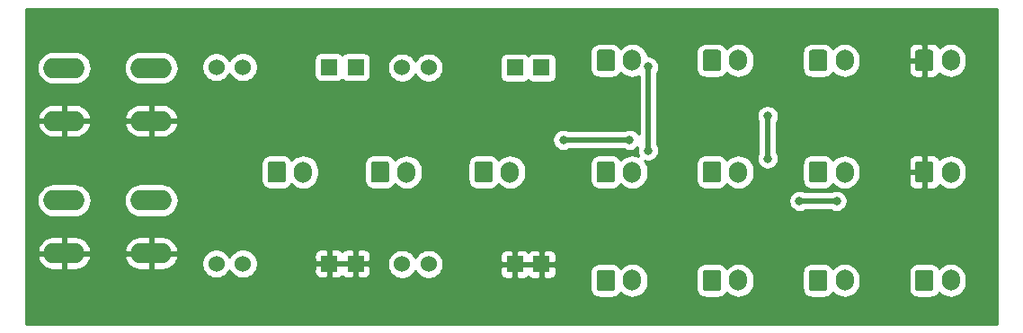
<source format=gbr>
G04 #@! TF.GenerationSoftware,KiCad,Pcbnew,(5.1.5)-3*
G04 #@! TF.CreationDate,2021-02-12T21:05:29+01:00*
G04 #@! TF.ProjectId,Mainboard,4d61696e-626f-4617-9264-2e6b69636164,rev?*
G04 #@! TF.SameCoordinates,Original*
G04 #@! TF.FileFunction,Copper,L2,Bot*
G04 #@! TF.FilePolarity,Positive*
%FSLAX46Y46*%
G04 Gerber Fmt 4.6, Leading zero omitted, Abs format (unit mm)*
G04 Created by KiCad (PCBNEW (5.1.5)-3) date 2021-02-12 21:05:29*
%MOMM*%
%LPD*%
G04 APERTURE LIST*
%ADD10O,3.860800X1.930400*%
%ADD11R,1.524000X1.524000*%
%ADD12C,1.524000*%
%ADD13O,1.700000X2.000000*%
%ADD14C,0.100000*%
%ADD15C,0.800000*%
%ADD16C,0.500000*%
%ADD17C,0.254000*%
G04 APERTURE END LIST*
D10*
X159500000Y-48700000D03*
X167700000Y-48700000D03*
X159500000Y-43700000D03*
X167700000Y-43700000D03*
X159500000Y-36200000D03*
X167700000Y-36200000D03*
X159500000Y-31200000D03*
X167700000Y-31200000D03*
D11*
X186946000Y-31134000D03*
X184446000Y-31134000D03*
D12*
X176318000Y-31134000D03*
X173818000Y-31134000D03*
D11*
X186946000Y-49676000D03*
X184446000Y-49676000D03*
D12*
X176318000Y-49676000D03*
X173818000Y-49676000D03*
D11*
X204446000Y-31180000D03*
X201946000Y-31180000D03*
D12*
X193818000Y-31180000D03*
X191318000Y-31180000D03*
D11*
X204446000Y-49722000D03*
X201946000Y-49722000D03*
D12*
X193818000Y-49722000D03*
X191318000Y-49722000D03*
D13*
X201500000Y-41025000D03*
G04 #@! TA.AperFunction,ComponentPad*
D14*
G36*
X199624504Y-40026204D02*
G01*
X199648773Y-40029804D01*
X199672571Y-40035765D01*
X199695671Y-40044030D01*
X199717849Y-40054520D01*
X199738893Y-40067133D01*
X199758598Y-40081747D01*
X199776777Y-40098223D01*
X199793253Y-40116402D01*
X199807867Y-40136107D01*
X199820480Y-40157151D01*
X199830970Y-40179329D01*
X199839235Y-40202429D01*
X199845196Y-40226227D01*
X199848796Y-40250496D01*
X199850000Y-40275000D01*
X199850000Y-41775000D01*
X199848796Y-41799504D01*
X199845196Y-41823773D01*
X199839235Y-41847571D01*
X199830970Y-41870671D01*
X199820480Y-41892849D01*
X199807867Y-41913893D01*
X199793253Y-41933598D01*
X199776777Y-41951777D01*
X199758598Y-41968253D01*
X199738893Y-41982867D01*
X199717849Y-41995480D01*
X199695671Y-42005970D01*
X199672571Y-42014235D01*
X199648773Y-42020196D01*
X199624504Y-42023796D01*
X199600000Y-42025000D01*
X198400000Y-42025000D01*
X198375496Y-42023796D01*
X198351227Y-42020196D01*
X198327429Y-42014235D01*
X198304329Y-42005970D01*
X198282151Y-41995480D01*
X198261107Y-41982867D01*
X198241402Y-41968253D01*
X198223223Y-41951777D01*
X198206747Y-41933598D01*
X198192133Y-41913893D01*
X198179520Y-41892849D01*
X198169030Y-41870671D01*
X198160765Y-41847571D01*
X198154804Y-41823773D01*
X198151204Y-41799504D01*
X198150000Y-41775000D01*
X198150000Y-40275000D01*
X198151204Y-40250496D01*
X198154804Y-40226227D01*
X198160765Y-40202429D01*
X198169030Y-40179329D01*
X198179520Y-40157151D01*
X198192133Y-40136107D01*
X198206747Y-40116402D01*
X198223223Y-40098223D01*
X198241402Y-40081747D01*
X198261107Y-40067133D01*
X198282151Y-40054520D01*
X198304329Y-40044030D01*
X198327429Y-40035765D01*
X198351227Y-40029804D01*
X198375496Y-40026204D01*
X198400000Y-40025000D01*
X199600000Y-40025000D01*
X199624504Y-40026204D01*
G37*
G04 #@! TD.AperFunction*
D13*
X191750000Y-41025000D03*
G04 #@! TA.AperFunction,ComponentPad*
D14*
G36*
X189874504Y-40026204D02*
G01*
X189898773Y-40029804D01*
X189922571Y-40035765D01*
X189945671Y-40044030D01*
X189967849Y-40054520D01*
X189988893Y-40067133D01*
X190008598Y-40081747D01*
X190026777Y-40098223D01*
X190043253Y-40116402D01*
X190057867Y-40136107D01*
X190070480Y-40157151D01*
X190080970Y-40179329D01*
X190089235Y-40202429D01*
X190095196Y-40226227D01*
X190098796Y-40250496D01*
X190100000Y-40275000D01*
X190100000Y-41775000D01*
X190098796Y-41799504D01*
X190095196Y-41823773D01*
X190089235Y-41847571D01*
X190080970Y-41870671D01*
X190070480Y-41892849D01*
X190057867Y-41913893D01*
X190043253Y-41933598D01*
X190026777Y-41951777D01*
X190008598Y-41968253D01*
X189988893Y-41982867D01*
X189967849Y-41995480D01*
X189945671Y-42005970D01*
X189922571Y-42014235D01*
X189898773Y-42020196D01*
X189874504Y-42023796D01*
X189850000Y-42025000D01*
X188650000Y-42025000D01*
X188625496Y-42023796D01*
X188601227Y-42020196D01*
X188577429Y-42014235D01*
X188554329Y-42005970D01*
X188532151Y-41995480D01*
X188511107Y-41982867D01*
X188491402Y-41968253D01*
X188473223Y-41951777D01*
X188456747Y-41933598D01*
X188442133Y-41913893D01*
X188429520Y-41892849D01*
X188419030Y-41870671D01*
X188410765Y-41847571D01*
X188404804Y-41823773D01*
X188401204Y-41799504D01*
X188400000Y-41775000D01*
X188400000Y-40275000D01*
X188401204Y-40250496D01*
X188404804Y-40226227D01*
X188410765Y-40202429D01*
X188419030Y-40179329D01*
X188429520Y-40157151D01*
X188442133Y-40136107D01*
X188456747Y-40116402D01*
X188473223Y-40098223D01*
X188491402Y-40081747D01*
X188511107Y-40067133D01*
X188532151Y-40054520D01*
X188554329Y-40044030D01*
X188577429Y-40035765D01*
X188601227Y-40029804D01*
X188625496Y-40026204D01*
X188650000Y-40025000D01*
X189850000Y-40025000D01*
X189874504Y-40026204D01*
G37*
G04 #@! TD.AperFunction*
D13*
X182000000Y-41025000D03*
G04 #@! TA.AperFunction,ComponentPad*
D14*
G36*
X180124504Y-40026204D02*
G01*
X180148773Y-40029804D01*
X180172571Y-40035765D01*
X180195671Y-40044030D01*
X180217849Y-40054520D01*
X180238893Y-40067133D01*
X180258598Y-40081747D01*
X180276777Y-40098223D01*
X180293253Y-40116402D01*
X180307867Y-40136107D01*
X180320480Y-40157151D01*
X180330970Y-40179329D01*
X180339235Y-40202429D01*
X180345196Y-40226227D01*
X180348796Y-40250496D01*
X180350000Y-40275000D01*
X180350000Y-41775000D01*
X180348796Y-41799504D01*
X180345196Y-41823773D01*
X180339235Y-41847571D01*
X180330970Y-41870671D01*
X180320480Y-41892849D01*
X180307867Y-41913893D01*
X180293253Y-41933598D01*
X180276777Y-41951777D01*
X180258598Y-41968253D01*
X180238893Y-41982867D01*
X180217849Y-41995480D01*
X180195671Y-42005970D01*
X180172571Y-42014235D01*
X180148773Y-42020196D01*
X180124504Y-42023796D01*
X180100000Y-42025000D01*
X178900000Y-42025000D01*
X178875496Y-42023796D01*
X178851227Y-42020196D01*
X178827429Y-42014235D01*
X178804329Y-42005970D01*
X178782151Y-41995480D01*
X178761107Y-41982867D01*
X178741402Y-41968253D01*
X178723223Y-41951777D01*
X178706747Y-41933598D01*
X178692133Y-41913893D01*
X178679520Y-41892849D01*
X178669030Y-41870671D01*
X178660765Y-41847571D01*
X178654804Y-41823773D01*
X178651204Y-41799504D01*
X178650000Y-41775000D01*
X178650000Y-40275000D01*
X178651204Y-40250496D01*
X178654804Y-40226227D01*
X178660765Y-40202429D01*
X178669030Y-40179329D01*
X178679520Y-40157151D01*
X178692133Y-40136107D01*
X178706747Y-40116402D01*
X178723223Y-40098223D01*
X178741402Y-40081747D01*
X178761107Y-40067133D01*
X178782151Y-40054520D01*
X178804329Y-40044030D01*
X178827429Y-40035765D01*
X178851227Y-40029804D01*
X178875496Y-40026204D01*
X178900000Y-40025000D01*
X180100000Y-40025000D01*
X180124504Y-40026204D01*
G37*
G04 #@! TD.AperFunction*
D13*
X243000000Y-30500000D03*
G04 #@! TA.AperFunction,ComponentPad*
D14*
G36*
X241124504Y-29501204D02*
G01*
X241148773Y-29504804D01*
X241172571Y-29510765D01*
X241195671Y-29519030D01*
X241217849Y-29529520D01*
X241238893Y-29542133D01*
X241258598Y-29556747D01*
X241276777Y-29573223D01*
X241293253Y-29591402D01*
X241307867Y-29611107D01*
X241320480Y-29632151D01*
X241330970Y-29654329D01*
X241339235Y-29677429D01*
X241345196Y-29701227D01*
X241348796Y-29725496D01*
X241350000Y-29750000D01*
X241350000Y-31250000D01*
X241348796Y-31274504D01*
X241345196Y-31298773D01*
X241339235Y-31322571D01*
X241330970Y-31345671D01*
X241320480Y-31367849D01*
X241307867Y-31388893D01*
X241293253Y-31408598D01*
X241276777Y-31426777D01*
X241258598Y-31443253D01*
X241238893Y-31457867D01*
X241217849Y-31470480D01*
X241195671Y-31480970D01*
X241172571Y-31489235D01*
X241148773Y-31495196D01*
X241124504Y-31498796D01*
X241100000Y-31500000D01*
X239900000Y-31500000D01*
X239875496Y-31498796D01*
X239851227Y-31495196D01*
X239827429Y-31489235D01*
X239804329Y-31480970D01*
X239782151Y-31470480D01*
X239761107Y-31457867D01*
X239741402Y-31443253D01*
X239723223Y-31426777D01*
X239706747Y-31408598D01*
X239692133Y-31388893D01*
X239679520Y-31367849D01*
X239669030Y-31345671D01*
X239660765Y-31322571D01*
X239654804Y-31298773D01*
X239651204Y-31274504D01*
X239650000Y-31250000D01*
X239650000Y-29750000D01*
X239651204Y-29725496D01*
X239654804Y-29701227D01*
X239660765Y-29677429D01*
X239669030Y-29654329D01*
X239679520Y-29632151D01*
X239692133Y-29611107D01*
X239706747Y-29591402D01*
X239723223Y-29573223D01*
X239741402Y-29556747D01*
X239761107Y-29542133D01*
X239782151Y-29529520D01*
X239804329Y-29519030D01*
X239827429Y-29510765D01*
X239851227Y-29504804D01*
X239875496Y-29501204D01*
X239900000Y-29500000D01*
X241100000Y-29500000D01*
X241124504Y-29501204D01*
G37*
G04 #@! TD.AperFunction*
D13*
X243000000Y-41025000D03*
G04 #@! TA.AperFunction,ComponentPad*
D14*
G36*
X241124504Y-40026204D02*
G01*
X241148773Y-40029804D01*
X241172571Y-40035765D01*
X241195671Y-40044030D01*
X241217849Y-40054520D01*
X241238893Y-40067133D01*
X241258598Y-40081747D01*
X241276777Y-40098223D01*
X241293253Y-40116402D01*
X241307867Y-40136107D01*
X241320480Y-40157151D01*
X241330970Y-40179329D01*
X241339235Y-40202429D01*
X241345196Y-40226227D01*
X241348796Y-40250496D01*
X241350000Y-40275000D01*
X241350000Y-41775000D01*
X241348796Y-41799504D01*
X241345196Y-41823773D01*
X241339235Y-41847571D01*
X241330970Y-41870671D01*
X241320480Y-41892849D01*
X241307867Y-41913893D01*
X241293253Y-41933598D01*
X241276777Y-41951777D01*
X241258598Y-41968253D01*
X241238893Y-41982867D01*
X241217849Y-41995480D01*
X241195671Y-42005970D01*
X241172571Y-42014235D01*
X241148773Y-42020196D01*
X241124504Y-42023796D01*
X241100000Y-42025000D01*
X239900000Y-42025000D01*
X239875496Y-42023796D01*
X239851227Y-42020196D01*
X239827429Y-42014235D01*
X239804329Y-42005970D01*
X239782151Y-41995480D01*
X239761107Y-41982867D01*
X239741402Y-41968253D01*
X239723223Y-41951777D01*
X239706747Y-41933598D01*
X239692133Y-41913893D01*
X239679520Y-41892849D01*
X239669030Y-41870671D01*
X239660765Y-41847571D01*
X239654804Y-41823773D01*
X239651204Y-41799504D01*
X239650000Y-41775000D01*
X239650000Y-40275000D01*
X239651204Y-40250496D01*
X239654804Y-40226227D01*
X239660765Y-40202429D01*
X239669030Y-40179329D01*
X239679520Y-40157151D01*
X239692133Y-40136107D01*
X239706747Y-40116402D01*
X239723223Y-40098223D01*
X239741402Y-40081747D01*
X239761107Y-40067133D01*
X239782151Y-40054520D01*
X239804329Y-40044030D01*
X239827429Y-40035765D01*
X239851227Y-40029804D01*
X239875496Y-40026204D01*
X239900000Y-40025000D01*
X241100000Y-40025000D01*
X241124504Y-40026204D01*
G37*
G04 #@! TD.AperFunction*
D13*
X243000000Y-51250000D03*
G04 #@! TA.AperFunction,ComponentPad*
D14*
G36*
X241124504Y-50251204D02*
G01*
X241148773Y-50254804D01*
X241172571Y-50260765D01*
X241195671Y-50269030D01*
X241217849Y-50279520D01*
X241238893Y-50292133D01*
X241258598Y-50306747D01*
X241276777Y-50323223D01*
X241293253Y-50341402D01*
X241307867Y-50361107D01*
X241320480Y-50382151D01*
X241330970Y-50404329D01*
X241339235Y-50427429D01*
X241345196Y-50451227D01*
X241348796Y-50475496D01*
X241350000Y-50500000D01*
X241350000Y-52000000D01*
X241348796Y-52024504D01*
X241345196Y-52048773D01*
X241339235Y-52072571D01*
X241330970Y-52095671D01*
X241320480Y-52117849D01*
X241307867Y-52138893D01*
X241293253Y-52158598D01*
X241276777Y-52176777D01*
X241258598Y-52193253D01*
X241238893Y-52207867D01*
X241217849Y-52220480D01*
X241195671Y-52230970D01*
X241172571Y-52239235D01*
X241148773Y-52245196D01*
X241124504Y-52248796D01*
X241100000Y-52250000D01*
X239900000Y-52250000D01*
X239875496Y-52248796D01*
X239851227Y-52245196D01*
X239827429Y-52239235D01*
X239804329Y-52230970D01*
X239782151Y-52220480D01*
X239761107Y-52207867D01*
X239741402Y-52193253D01*
X239723223Y-52176777D01*
X239706747Y-52158598D01*
X239692133Y-52138893D01*
X239679520Y-52117849D01*
X239669030Y-52095671D01*
X239660765Y-52072571D01*
X239654804Y-52048773D01*
X239651204Y-52024504D01*
X239650000Y-52000000D01*
X239650000Y-50500000D01*
X239651204Y-50475496D01*
X239654804Y-50451227D01*
X239660765Y-50427429D01*
X239669030Y-50404329D01*
X239679520Y-50382151D01*
X239692133Y-50361107D01*
X239706747Y-50341402D01*
X239723223Y-50323223D01*
X239741402Y-50306747D01*
X239761107Y-50292133D01*
X239782151Y-50279520D01*
X239804329Y-50269030D01*
X239827429Y-50260765D01*
X239851227Y-50254804D01*
X239875496Y-50251204D01*
X239900000Y-50250000D01*
X241100000Y-50250000D01*
X241124504Y-50251204D01*
G37*
G04 #@! TD.AperFunction*
D13*
X233000000Y-30500000D03*
G04 #@! TA.AperFunction,ComponentPad*
D14*
G36*
X231124504Y-29501204D02*
G01*
X231148773Y-29504804D01*
X231172571Y-29510765D01*
X231195671Y-29519030D01*
X231217849Y-29529520D01*
X231238893Y-29542133D01*
X231258598Y-29556747D01*
X231276777Y-29573223D01*
X231293253Y-29591402D01*
X231307867Y-29611107D01*
X231320480Y-29632151D01*
X231330970Y-29654329D01*
X231339235Y-29677429D01*
X231345196Y-29701227D01*
X231348796Y-29725496D01*
X231350000Y-29750000D01*
X231350000Y-31250000D01*
X231348796Y-31274504D01*
X231345196Y-31298773D01*
X231339235Y-31322571D01*
X231330970Y-31345671D01*
X231320480Y-31367849D01*
X231307867Y-31388893D01*
X231293253Y-31408598D01*
X231276777Y-31426777D01*
X231258598Y-31443253D01*
X231238893Y-31457867D01*
X231217849Y-31470480D01*
X231195671Y-31480970D01*
X231172571Y-31489235D01*
X231148773Y-31495196D01*
X231124504Y-31498796D01*
X231100000Y-31500000D01*
X229900000Y-31500000D01*
X229875496Y-31498796D01*
X229851227Y-31495196D01*
X229827429Y-31489235D01*
X229804329Y-31480970D01*
X229782151Y-31470480D01*
X229761107Y-31457867D01*
X229741402Y-31443253D01*
X229723223Y-31426777D01*
X229706747Y-31408598D01*
X229692133Y-31388893D01*
X229679520Y-31367849D01*
X229669030Y-31345671D01*
X229660765Y-31322571D01*
X229654804Y-31298773D01*
X229651204Y-31274504D01*
X229650000Y-31250000D01*
X229650000Y-29750000D01*
X229651204Y-29725496D01*
X229654804Y-29701227D01*
X229660765Y-29677429D01*
X229669030Y-29654329D01*
X229679520Y-29632151D01*
X229692133Y-29611107D01*
X229706747Y-29591402D01*
X229723223Y-29573223D01*
X229741402Y-29556747D01*
X229761107Y-29542133D01*
X229782151Y-29529520D01*
X229804329Y-29519030D01*
X229827429Y-29510765D01*
X229851227Y-29504804D01*
X229875496Y-29501204D01*
X229900000Y-29500000D01*
X231100000Y-29500000D01*
X231124504Y-29501204D01*
G37*
G04 #@! TD.AperFunction*
D13*
X233000000Y-41025000D03*
G04 #@! TA.AperFunction,ComponentPad*
D14*
G36*
X231124504Y-40026204D02*
G01*
X231148773Y-40029804D01*
X231172571Y-40035765D01*
X231195671Y-40044030D01*
X231217849Y-40054520D01*
X231238893Y-40067133D01*
X231258598Y-40081747D01*
X231276777Y-40098223D01*
X231293253Y-40116402D01*
X231307867Y-40136107D01*
X231320480Y-40157151D01*
X231330970Y-40179329D01*
X231339235Y-40202429D01*
X231345196Y-40226227D01*
X231348796Y-40250496D01*
X231350000Y-40275000D01*
X231350000Y-41775000D01*
X231348796Y-41799504D01*
X231345196Y-41823773D01*
X231339235Y-41847571D01*
X231330970Y-41870671D01*
X231320480Y-41892849D01*
X231307867Y-41913893D01*
X231293253Y-41933598D01*
X231276777Y-41951777D01*
X231258598Y-41968253D01*
X231238893Y-41982867D01*
X231217849Y-41995480D01*
X231195671Y-42005970D01*
X231172571Y-42014235D01*
X231148773Y-42020196D01*
X231124504Y-42023796D01*
X231100000Y-42025000D01*
X229900000Y-42025000D01*
X229875496Y-42023796D01*
X229851227Y-42020196D01*
X229827429Y-42014235D01*
X229804329Y-42005970D01*
X229782151Y-41995480D01*
X229761107Y-41982867D01*
X229741402Y-41968253D01*
X229723223Y-41951777D01*
X229706747Y-41933598D01*
X229692133Y-41913893D01*
X229679520Y-41892849D01*
X229669030Y-41870671D01*
X229660765Y-41847571D01*
X229654804Y-41823773D01*
X229651204Y-41799504D01*
X229650000Y-41775000D01*
X229650000Y-40275000D01*
X229651204Y-40250496D01*
X229654804Y-40226227D01*
X229660765Y-40202429D01*
X229669030Y-40179329D01*
X229679520Y-40157151D01*
X229692133Y-40136107D01*
X229706747Y-40116402D01*
X229723223Y-40098223D01*
X229741402Y-40081747D01*
X229761107Y-40067133D01*
X229782151Y-40054520D01*
X229804329Y-40044030D01*
X229827429Y-40035765D01*
X229851227Y-40029804D01*
X229875496Y-40026204D01*
X229900000Y-40025000D01*
X231100000Y-40025000D01*
X231124504Y-40026204D01*
G37*
G04 #@! TD.AperFunction*
D13*
X233000000Y-51250000D03*
G04 #@! TA.AperFunction,ComponentPad*
D14*
G36*
X231124504Y-50251204D02*
G01*
X231148773Y-50254804D01*
X231172571Y-50260765D01*
X231195671Y-50269030D01*
X231217849Y-50279520D01*
X231238893Y-50292133D01*
X231258598Y-50306747D01*
X231276777Y-50323223D01*
X231293253Y-50341402D01*
X231307867Y-50361107D01*
X231320480Y-50382151D01*
X231330970Y-50404329D01*
X231339235Y-50427429D01*
X231345196Y-50451227D01*
X231348796Y-50475496D01*
X231350000Y-50500000D01*
X231350000Y-52000000D01*
X231348796Y-52024504D01*
X231345196Y-52048773D01*
X231339235Y-52072571D01*
X231330970Y-52095671D01*
X231320480Y-52117849D01*
X231307867Y-52138893D01*
X231293253Y-52158598D01*
X231276777Y-52176777D01*
X231258598Y-52193253D01*
X231238893Y-52207867D01*
X231217849Y-52220480D01*
X231195671Y-52230970D01*
X231172571Y-52239235D01*
X231148773Y-52245196D01*
X231124504Y-52248796D01*
X231100000Y-52250000D01*
X229900000Y-52250000D01*
X229875496Y-52248796D01*
X229851227Y-52245196D01*
X229827429Y-52239235D01*
X229804329Y-52230970D01*
X229782151Y-52220480D01*
X229761107Y-52207867D01*
X229741402Y-52193253D01*
X229723223Y-52176777D01*
X229706747Y-52158598D01*
X229692133Y-52138893D01*
X229679520Y-52117849D01*
X229669030Y-52095671D01*
X229660765Y-52072571D01*
X229654804Y-52048773D01*
X229651204Y-52024504D01*
X229650000Y-52000000D01*
X229650000Y-50500000D01*
X229651204Y-50475496D01*
X229654804Y-50451227D01*
X229660765Y-50427429D01*
X229669030Y-50404329D01*
X229679520Y-50382151D01*
X229692133Y-50361107D01*
X229706747Y-50341402D01*
X229723223Y-50323223D01*
X229741402Y-50306747D01*
X229761107Y-50292133D01*
X229782151Y-50279520D01*
X229804329Y-50269030D01*
X229827429Y-50260765D01*
X229851227Y-50254804D01*
X229875496Y-50251204D01*
X229900000Y-50250000D01*
X231100000Y-50250000D01*
X231124504Y-50251204D01*
G37*
G04 #@! TD.AperFunction*
D13*
X223000000Y-41025000D03*
G04 #@! TA.AperFunction,ComponentPad*
D14*
G36*
X221124504Y-40026204D02*
G01*
X221148773Y-40029804D01*
X221172571Y-40035765D01*
X221195671Y-40044030D01*
X221217849Y-40054520D01*
X221238893Y-40067133D01*
X221258598Y-40081747D01*
X221276777Y-40098223D01*
X221293253Y-40116402D01*
X221307867Y-40136107D01*
X221320480Y-40157151D01*
X221330970Y-40179329D01*
X221339235Y-40202429D01*
X221345196Y-40226227D01*
X221348796Y-40250496D01*
X221350000Y-40275000D01*
X221350000Y-41775000D01*
X221348796Y-41799504D01*
X221345196Y-41823773D01*
X221339235Y-41847571D01*
X221330970Y-41870671D01*
X221320480Y-41892849D01*
X221307867Y-41913893D01*
X221293253Y-41933598D01*
X221276777Y-41951777D01*
X221258598Y-41968253D01*
X221238893Y-41982867D01*
X221217849Y-41995480D01*
X221195671Y-42005970D01*
X221172571Y-42014235D01*
X221148773Y-42020196D01*
X221124504Y-42023796D01*
X221100000Y-42025000D01*
X219900000Y-42025000D01*
X219875496Y-42023796D01*
X219851227Y-42020196D01*
X219827429Y-42014235D01*
X219804329Y-42005970D01*
X219782151Y-41995480D01*
X219761107Y-41982867D01*
X219741402Y-41968253D01*
X219723223Y-41951777D01*
X219706747Y-41933598D01*
X219692133Y-41913893D01*
X219679520Y-41892849D01*
X219669030Y-41870671D01*
X219660765Y-41847571D01*
X219654804Y-41823773D01*
X219651204Y-41799504D01*
X219650000Y-41775000D01*
X219650000Y-40275000D01*
X219651204Y-40250496D01*
X219654804Y-40226227D01*
X219660765Y-40202429D01*
X219669030Y-40179329D01*
X219679520Y-40157151D01*
X219692133Y-40136107D01*
X219706747Y-40116402D01*
X219723223Y-40098223D01*
X219741402Y-40081747D01*
X219761107Y-40067133D01*
X219782151Y-40054520D01*
X219804329Y-40044030D01*
X219827429Y-40035765D01*
X219851227Y-40029804D01*
X219875496Y-40026204D01*
X219900000Y-40025000D01*
X221100000Y-40025000D01*
X221124504Y-40026204D01*
G37*
G04 #@! TD.AperFunction*
D13*
X223000000Y-30500000D03*
G04 #@! TA.AperFunction,ComponentPad*
D14*
G36*
X221124504Y-29501204D02*
G01*
X221148773Y-29504804D01*
X221172571Y-29510765D01*
X221195671Y-29519030D01*
X221217849Y-29529520D01*
X221238893Y-29542133D01*
X221258598Y-29556747D01*
X221276777Y-29573223D01*
X221293253Y-29591402D01*
X221307867Y-29611107D01*
X221320480Y-29632151D01*
X221330970Y-29654329D01*
X221339235Y-29677429D01*
X221345196Y-29701227D01*
X221348796Y-29725496D01*
X221350000Y-29750000D01*
X221350000Y-31250000D01*
X221348796Y-31274504D01*
X221345196Y-31298773D01*
X221339235Y-31322571D01*
X221330970Y-31345671D01*
X221320480Y-31367849D01*
X221307867Y-31388893D01*
X221293253Y-31408598D01*
X221276777Y-31426777D01*
X221258598Y-31443253D01*
X221238893Y-31457867D01*
X221217849Y-31470480D01*
X221195671Y-31480970D01*
X221172571Y-31489235D01*
X221148773Y-31495196D01*
X221124504Y-31498796D01*
X221100000Y-31500000D01*
X219900000Y-31500000D01*
X219875496Y-31498796D01*
X219851227Y-31495196D01*
X219827429Y-31489235D01*
X219804329Y-31480970D01*
X219782151Y-31470480D01*
X219761107Y-31457867D01*
X219741402Y-31443253D01*
X219723223Y-31426777D01*
X219706747Y-31408598D01*
X219692133Y-31388893D01*
X219679520Y-31367849D01*
X219669030Y-31345671D01*
X219660765Y-31322571D01*
X219654804Y-31298773D01*
X219651204Y-31274504D01*
X219650000Y-31250000D01*
X219650000Y-29750000D01*
X219651204Y-29725496D01*
X219654804Y-29701227D01*
X219660765Y-29677429D01*
X219669030Y-29654329D01*
X219679520Y-29632151D01*
X219692133Y-29611107D01*
X219706747Y-29591402D01*
X219723223Y-29573223D01*
X219741402Y-29556747D01*
X219761107Y-29542133D01*
X219782151Y-29529520D01*
X219804329Y-29519030D01*
X219827429Y-29510765D01*
X219851227Y-29504804D01*
X219875496Y-29501204D01*
X219900000Y-29500000D01*
X221100000Y-29500000D01*
X221124504Y-29501204D01*
G37*
G04 #@! TD.AperFunction*
D13*
X223000000Y-51250000D03*
G04 #@! TA.AperFunction,ComponentPad*
D14*
G36*
X221124504Y-50251204D02*
G01*
X221148773Y-50254804D01*
X221172571Y-50260765D01*
X221195671Y-50269030D01*
X221217849Y-50279520D01*
X221238893Y-50292133D01*
X221258598Y-50306747D01*
X221276777Y-50323223D01*
X221293253Y-50341402D01*
X221307867Y-50361107D01*
X221320480Y-50382151D01*
X221330970Y-50404329D01*
X221339235Y-50427429D01*
X221345196Y-50451227D01*
X221348796Y-50475496D01*
X221350000Y-50500000D01*
X221350000Y-52000000D01*
X221348796Y-52024504D01*
X221345196Y-52048773D01*
X221339235Y-52072571D01*
X221330970Y-52095671D01*
X221320480Y-52117849D01*
X221307867Y-52138893D01*
X221293253Y-52158598D01*
X221276777Y-52176777D01*
X221258598Y-52193253D01*
X221238893Y-52207867D01*
X221217849Y-52220480D01*
X221195671Y-52230970D01*
X221172571Y-52239235D01*
X221148773Y-52245196D01*
X221124504Y-52248796D01*
X221100000Y-52250000D01*
X219900000Y-52250000D01*
X219875496Y-52248796D01*
X219851227Y-52245196D01*
X219827429Y-52239235D01*
X219804329Y-52230970D01*
X219782151Y-52220480D01*
X219761107Y-52207867D01*
X219741402Y-52193253D01*
X219723223Y-52176777D01*
X219706747Y-52158598D01*
X219692133Y-52138893D01*
X219679520Y-52117849D01*
X219669030Y-52095671D01*
X219660765Y-52072571D01*
X219654804Y-52048773D01*
X219651204Y-52024504D01*
X219650000Y-52000000D01*
X219650000Y-50500000D01*
X219651204Y-50475496D01*
X219654804Y-50451227D01*
X219660765Y-50427429D01*
X219669030Y-50404329D01*
X219679520Y-50382151D01*
X219692133Y-50361107D01*
X219706747Y-50341402D01*
X219723223Y-50323223D01*
X219741402Y-50306747D01*
X219761107Y-50292133D01*
X219782151Y-50279520D01*
X219804329Y-50269030D01*
X219827429Y-50260765D01*
X219851227Y-50254804D01*
X219875496Y-50251204D01*
X219900000Y-50250000D01*
X221100000Y-50250000D01*
X221124504Y-50251204D01*
G37*
G04 #@! TD.AperFunction*
D13*
X213000000Y-30500000D03*
G04 #@! TA.AperFunction,ComponentPad*
D14*
G36*
X211124504Y-29501204D02*
G01*
X211148773Y-29504804D01*
X211172571Y-29510765D01*
X211195671Y-29519030D01*
X211217849Y-29529520D01*
X211238893Y-29542133D01*
X211258598Y-29556747D01*
X211276777Y-29573223D01*
X211293253Y-29591402D01*
X211307867Y-29611107D01*
X211320480Y-29632151D01*
X211330970Y-29654329D01*
X211339235Y-29677429D01*
X211345196Y-29701227D01*
X211348796Y-29725496D01*
X211350000Y-29750000D01*
X211350000Y-31250000D01*
X211348796Y-31274504D01*
X211345196Y-31298773D01*
X211339235Y-31322571D01*
X211330970Y-31345671D01*
X211320480Y-31367849D01*
X211307867Y-31388893D01*
X211293253Y-31408598D01*
X211276777Y-31426777D01*
X211258598Y-31443253D01*
X211238893Y-31457867D01*
X211217849Y-31470480D01*
X211195671Y-31480970D01*
X211172571Y-31489235D01*
X211148773Y-31495196D01*
X211124504Y-31498796D01*
X211100000Y-31500000D01*
X209900000Y-31500000D01*
X209875496Y-31498796D01*
X209851227Y-31495196D01*
X209827429Y-31489235D01*
X209804329Y-31480970D01*
X209782151Y-31470480D01*
X209761107Y-31457867D01*
X209741402Y-31443253D01*
X209723223Y-31426777D01*
X209706747Y-31408598D01*
X209692133Y-31388893D01*
X209679520Y-31367849D01*
X209669030Y-31345671D01*
X209660765Y-31322571D01*
X209654804Y-31298773D01*
X209651204Y-31274504D01*
X209650000Y-31250000D01*
X209650000Y-29750000D01*
X209651204Y-29725496D01*
X209654804Y-29701227D01*
X209660765Y-29677429D01*
X209669030Y-29654329D01*
X209679520Y-29632151D01*
X209692133Y-29611107D01*
X209706747Y-29591402D01*
X209723223Y-29573223D01*
X209741402Y-29556747D01*
X209761107Y-29542133D01*
X209782151Y-29529520D01*
X209804329Y-29519030D01*
X209827429Y-29510765D01*
X209851227Y-29504804D01*
X209875496Y-29501204D01*
X209900000Y-29500000D01*
X211100000Y-29500000D01*
X211124504Y-29501204D01*
G37*
G04 #@! TD.AperFunction*
D13*
X213000000Y-41025000D03*
G04 #@! TA.AperFunction,ComponentPad*
D14*
G36*
X211124504Y-40026204D02*
G01*
X211148773Y-40029804D01*
X211172571Y-40035765D01*
X211195671Y-40044030D01*
X211217849Y-40054520D01*
X211238893Y-40067133D01*
X211258598Y-40081747D01*
X211276777Y-40098223D01*
X211293253Y-40116402D01*
X211307867Y-40136107D01*
X211320480Y-40157151D01*
X211330970Y-40179329D01*
X211339235Y-40202429D01*
X211345196Y-40226227D01*
X211348796Y-40250496D01*
X211350000Y-40275000D01*
X211350000Y-41775000D01*
X211348796Y-41799504D01*
X211345196Y-41823773D01*
X211339235Y-41847571D01*
X211330970Y-41870671D01*
X211320480Y-41892849D01*
X211307867Y-41913893D01*
X211293253Y-41933598D01*
X211276777Y-41951777D01*
X211258598Y-41968253D01*
X211238893Y-41982867D01*
X211217849Y-41995480D01*
X211195671Y-42005970D01*
X211172571Y-42014235D01*
X211148773Y-42020196D01*
X211124504Y-42023796D01*
X211100000Y-42025000D01*
X209900000Y-42025000D01*
X209875496Y-42023796D01*
X209851227Y-42020196D01*
X209827429Y-42014235D01*
X209804329Y-42005970D01*
X209782151Y-41995480D01*
X209761107Y-41982867D01*
X209741402Y-41968253D01*
X209723223Y-41951777D01*
X209706747Y-41933598D01*
X209692133Y-41913893D01*
X209679520Y-41892849D01*
X209669030Y-41870671D01*
X209660765Y-41847571D01*
X209654804Y-41823773D01*
X209651204Y-41799504D01*
X209650000Y-41775000D01*
X209650000Y-40275000D01*
X209651204Y-40250496D01*
X209654804Y-40226227D01*
X209660765Y-40202429D01*
X209669030Y-40179329D01*
X209679520Y-40157151D01*
X209692133Y-40136107D01*
X209706747Y-40116402D01*
X209723223Y-40098223D01*
X209741402Y-40081747D01*
X209761107Y-40067133D01*
X209782151Y-40054520D01*
X209804329Y-40044030D01*
X209827429Y-40035765D01*
X209851227Y-40029804D01*
X209875496Y-40026204D01*
X209900000Y-40025000D01*
X211100000Y-40025000D01*
X211124504Y-40026204D01*
G37*
G04 #@! TD.AperFunction*
D13*
X213000000Y-51250000D03*
G04 #@! TA.AperFunction,ComponentPad*
D14*
G36*
X211124504Y-50251204D02*
G01*
X211148773Y-50254804D01*
X211172571Y-50260765D01*
X211195671Y-50269030D01*
X211217849Y-50279520D01*
X211238893Y-50292133D01*
X211258598Y-50306747D01*
X211276777Y-50323223D01*
X211293253Y-50341402D01*
X211307867Y-50361107D01*
X211320480Y-50382151D01*
X211330970Y-50404329D01*
X211339235Y-50427429D01*
X211345196Y-50451227D01*
X211348796Y-50475496D01*
X211350000Y-50500000D01*
X211350000Y-52000000D01*
X211348796Y-52024504D01*
X211345196Y-52048773D01*
X211339235Y-52072571D01*
X211330970Y-52095671D01*
X211320480Y-52117849D01*
X211307867Y-52138893D01*
X211293253Y-52158598D01*
X211276777Y-52176777D01*
X211258598Y-52193253D01*
X211238893Y-52207867D01*
X211217849Y-52220480D01*
X211195671Y-52230970D01*
X211172571Y-52239235D01*
X211148773Y-52245196D01*
X211124504Y-52248796D01*
X211100000Y-52250000D01*
X209900000Y-52250000D01*
X209875496Y-52248796D01*
X209851227Y-52245196D01*
X209827429Y-52239235D01*
X209804329Y-52230970D01*
X209782151Y-52220480D01*
X209761107Y-52207867D01*
X209741402Y-52193253D01*
X209723223Y-52176777D01*
X209706747Y-52158598D01*
X209692133Y-52138893D01*
X209679520Y-52117849D01*
X209669030Y-52095671D01*
X209660765Y-52072571D01*
X209654804Y-52048773D01*
X209651204Y-52024504D01*
X209650000Y-52000000D01*
X209650000Y-50500000D01*
X209651204Y-50475496D01*
X209654804Y-50451227D01*
X209660765Y-50427429D01*
X209669030Y-50404329D01*
X209679520Y-50382151D01*
X209692133Y-50361107D01*
X209706747Y-50341402D01*
X209723223Y-50323223D01*
X209741402Y-50306747D01*
X209761107Y-50292133D01*
X209782151Y-50279520D01*
X209804329Y-50269030D01*
X209827429Y-50260765D01*
X209851227Y-50254804D01*
X209875496Y-50251204D01*
X209900000Y-50250000D01*
X211100000Y-50250000D01*
X211124504Y-50251204D01*
G37*
G04 #@! TD.AperFunction*
D15*
X225750000Y-39750000D03*
X225750000Y-35750000D03*
X228750000Y-43750000D03*
X232250000Y-43750000D03*
X214500000Y-39000000D03*
X214500000Y-31100010D03*
X206500000Y-38000000D03*
X212750000Y-38000000D03*
D16*
X225750000Y-39750000D02*
X225750000Y-35750000D01*
X228750000Y-43750000D02*
X232250000Y-43750000D01*
X214500000Y-39000000D02*
X214500000Y-31100010D01*
X206500000Y-38000000D02*
X212750000Y-38000000D01*
D17*
G36*
X247373000Y-55340000D02*
G01*
X155877000Y-55340000D01*
X155877000Y-49074973D01*
X156979154Y-49074973D01*
X157007808Y-49195038D01*
X157133726Y-49483427D01*
X157313486Y-49741710D01*
X157540181Y-49959960D01*
X157805098Y-50129791D01*
X158098057Y-50244676D01*
X158407800Y-50300200D01*
X159373000Y-50300200D01*
X159373000Y-48827000D01*
X159627000Y-48827000D01*
X159627000Y-50300200D01*
X160592200Y-50300200D01*
X160901943Y-50244676D01*
X161194902Y-50129791D01*
X161459819Y-49959960D01*
X161686514Y-49741710D01*
X161866274Y-49483427D01*
X161992192Y-49195038D01*
X162020846Y-49074973D01*
X165179154Y-49074973D01*
X165207808Y-49195038D01*
X165333726Y-49483427D01*
X165513486Y-49741710D01*
X165740181Y-49959960D01*
X166005098Y-50129791D01*
X166298057Y-50244676D01*
X166607800Y-50300200D01*
X167573000Y-50300200D01*
X167573000Y-48827000D01*
X167827000Y-48827000D01*
X167827000Y-50300200D01*
X168792200Y-50300200D01*
X169101943Y-50244676D01*
X169394902Y-50129791D01*
X169659819Y-49959960D01*
X169886514Y-49741710D01*
X170028008Y-49538408D01*
X172421000Y-49538408D01*
X172421000Y-49813592D01*
X172474686Y-50083490D01*
X172579995Y-50337727D01*
X172732880Y-50566535D01*
X172927465Y-50761120D01*
X173156273Y-50914005D01*
X173410510Y-51019314D01*
X173680408Y-51073000D01*
X173955592Y-51073000D01*
X174225490Y-51019314D01*
X174479727Y-50914005D01*
X174708535Y-50761120D01*
X174903120Y-50566535D01*
X175056005Y-50337727D01*
X175068000Y-50308769D01*
X175079995Y-50337727D01*
X175232880Y-50566535D01*
X175427465Y-50761120D01*
X175656273Y-50914005D01*
X175910510Y-51019314D01*
X176180408Y-51073000D01*
X176455592Y-51073000D01*
X176725490Y-51019314D01*
X176979727Y-50914005D01*
X177208535Y-50761120D01*
X177403120Y-50566535D01*
X177489004Y-50438000D01*
X183045928Y-50438000D01*
X183058188Y-50562482D01*
X183094498Y-50682180D01*
X183153463Y-50792494D01*
X183232815Y-50889185D01*
X183329506Y-50968537D01*
X183439820Y-51027502D01*
X183559518Y-51063812D01*
X183684000Y-51076072D01*
X184160250Y-51073000D01*
X184319000Y-50914250D01*
X184319000Y-49803000D01*
X184573000Y-49803000D01*
X184573000Y-50914250D01*
X184731750Y-51073000D01*
X185208000Y-51076072D01*
X185332482Y-51063812D01*
X185452180Y-51027502D01*
X185562494Y-50968537D01*
X185659185Y-50889185D01*
X185696000Y-50844326D01*
X185732815Y-50889185D01*
X185829506Y-50968537D01*
X185939820Y-51027502D01*
X186059518Y-51063812D01*
X186184000Y-51076072D01*
X186660250Y-51073000D01*
X186819000Y-50914250D01*
X186819000Y-49803000D01*
X187073000Y-49803000D01*
X187073000Y-50914250D01*
X187231750Y-51073000D01*
X187708000Y-51076072D01*
X187832482Y-51063812D01*
X187952180Y-51027502D01*
X188062494Y-50968537D01*
X188159185Y-50889185D01*
X188238537Y-50792494D01*
X188297502Y-50682180D01*
X188333812Y-50562482D01*
X188346072Y-50438000D01*
X188343000Y-49961750D01*
X188184250Y-49803000D01*
X187073000Y-49803000D01*
X186819000Y-49803000D01*
X185707750Y-49803000D01*
X185696000Y-49814750D01*
X185684250Y-49803000D01*
X184573000Y-49803000D01*
X184319000Y-49803000D01*
X183207750Y-49803000D01*
X183049000Y-49961750D01*
X183045928Y-50438000D01*
X177489004Y-50438000D01*
X177556005Y-50337727D01*
X177661314Y-50083490D01*
X177715000Y-49813592D01*
X177715000Y-49584408D01*
X189921000Y-49584408D01*
X189921000Y-49859592D01*
X189974686Y-50129490D01*
X190079995Y-50383727D01*
X190232880Y-50612535D01*
X190427465Y-50807120D01*
X190656273Y-50960005D01*
X190910510Y-51065314D01*
X191180408Y-51119000D01*
X191455592Y-51119000D01*
X191725490Y-51065314D01*
X191979727Y-50960005D01*
X192208535Y-50807120D01*
X192403120Y-50612535D01*
X192556005Y-50383727D01*
X192568000Y-50354769D01*
X192579995Y-50383727D01*
X192732880Y-50612535D01*
X192927465Y-50807120D01*
X193156273Y-50960005D01*
X193410510Y-51065314D01*
X193680408Y-51119000D01*
X193955592Y-51119000D01*
X194225490Y-51065314D01*
X194479727Y-50960005D01*
X194708535Y-50807120D01*
X194903120Y-50612535D01*
X194989004Y-50484000D01*
X200545928Y-50484000D01*
X200558188Y-50608482D01*
X200594498Y-50728180D01*
X200653463Y-50838494D01*
X200732815Y-50935185D01*
X200829506Y-51014537D01*
X200939820Y-51073502D01*
X201059518Y-51109812D01*
X201184000Y-51122072D01*
X201660250Y-51119000D01*
X201819000Y-50960250D01*
X201819000Y-49849000D01*
X202073000Y-49849000D01*
X202073000Y-50960250D01*
X202231750Y-51119000D01*
X202708000Y-51122072D01*
X202832482Y-51109812D01*
X202952180Y-51073502D01*
X203062494Y-51014537D01*
X203159185Y-50935185D01*
X203196000Y-50890326D01*
X203232815Y-50935185D01*
X203329506Y-51014537D01*
X203439820Y-51073502D01*
X203559518Y-51109812D01*
X203684000Y-51122072D01*
X204160250Y-51119000D01*
X204319000Y-50960250D01*
X204319000Y-49849000D01*
X204573000Y-49849000D01*
X204573000Y-50960250D01*
X204731750Y-51119000D01*
X205208000Y-51122072D01*
X205332482Y-51109812D01*
X205452180Y-51073502D01*
X205562494Y-51014537D01*
X205659185Y-50935185D01*
X205738537Y-50838494D01*
X205797502Y-50728180D01*
X205833812Y-50608482D01*
X205844496Y-50500000D01*
X209011928Y-50500000D01*
X209011928Y-52000000D01*
X209028992Y-52173254D01*
X209079528Y-52339850D01*
X209161595Y-52493386D01*
X209272038Y-52627962D01*
X209406614Y-52738405D01*
X209560150Y-52820472D01*
X209726746Y-52871008D01*
X209900000Y-52888072D01*
X211100000Y-52888072D01*
X211273254Y-52871008D01*
X211439850Y-52820472D01*
X211593386Y-52738405D01*
X211727962Y-52627962D01*
X211838405Y-52493386D01*
X211892777Y-52391663D01*
X211944866Y-52455134D01*
X212170987Y-52640706D01*
X212428967Y-52778599D01*
X212708890Y-52863513D01*
X213000000Y-52892185D01*
X213291111Y-52863513D01*
X213571034Y-52778599D01*
X213829014Y-52640706D01*
X214055134Y-52455134D01*
X214240706Y-52229014D01*
X214378599Y-51971033D01*
X214463513Y-51691110D01*
X214485000Y-51472949D01*
X214485000Y-51027050D01*
X214463513Y-50808889D01*
X214378599Y-50528966D01*
X214363117Y-50500000D01*
X219011928Y-50500000D01*
X219011928Y-52000000D01*
X219028992Y-52173254D01*
X219079528Y-52339850D01*
X219161595Y-52493386D01*
X219272038Y-52627962D01*
X219406614Y-52738405D01*
X219560150Y-52820472D01*
X219726746Y-52871008D01*
X219900000Y-52888072D01*
X221100000Y-52888072D01*
X221273254Y-52871008D01*
X221439850Y-52820472D01*
X221593386Y-52738405D01*
X221727962Y-52627962D01*
X221838405Y-52493386D01*
X221892777Y-52391663D01*
X221944866Y-52455134D01*
X222170987Y-52640706D01*
X222428967Y-52778599D01*
X222708890Y-52863513D01*
X223000000Y-52892185D01*
X223291111Y-52863513D01*
X223571034Y-52778599D01*
X223829014Y-52640706D01*
X224055134Y-52455134D01*
X224240706Y-52229014D01*
X224378599Y-51971033D01*
X224463513Y-51691110D01*
X224485000Y-51472949D01*
X224485000Y-51027050D01*
X224463513Y-50808889D01*
X224378599Y-50528966D01*
X224363117Y-50500000D01*
X229011928Y-50500000D01*
X229011928Y-52000000D01*
X229028992Y-52173254D01*
X229079528Y-52339850D01*
X229161595Y-52493386D01*
X229272038Y-52627962D01*
X229406614Y-52738405D01*
X229560150Y-52820472D01*
X229726746Y-52871008D01*
X229900000Y-52888072D01*
X231100000Y-52888072D01*
X231273254Y-52871008D01*
X231439850Y-52820472D01*
X231593386Y-52738405D01*
X231727962Y-52627962D01*
X231838405Y-52493386D01*
X231892777Y-52391663D01*
X231944866Y-52455134D01*
X232170987Y-52640706D01*
X232428967Y-52778599D01*
X232708890Y-52863513D01*
X233000000Y-52892185D01*
X233291111Y-52863513D01*
X233571034Y-52778599D01*
X233829014Y-52640706D01*
X234055134Y-52455134D01*
X234240706Y-52229014D01*
X234378599Y-51971033D01*
X234463513Y-51691110D01*
X234485000Y-51472949D01*
X234485000Y-51027050D01*
X234463513Y-50808889D01*
X234378599Y-50528966D01*
X234363117Y-50500000D01*
X239011928Y-50500000D01*
X239011928Y-52000000D01*
X239028992Y-52173254D01*
X239079528Y-52339850D01*
X239161595Y-52493386D01*
X239272038Y-52627962D01*
X239406614Y-52738405D01*
X239560150Y-52820472D01*
X239726746Y-52871008D01*
X239900000Y-52888072D01*
X241100000Y-52888072D01*
X241273254Y-52871008D01*
X241439850Y-52820472D01*
X241593386Y-52738405D01*
X241727962Y-52627962D01*
X241838405Y-52493386D01*
X241892777Y-52391663D01*
X241944866Y-52455134D01*
X242170987Y-52640706D01*
X242428967Y-52778599D01*
X242708890Y-52863513D01*
X243000000Y-52892185D01*
X243291111Y-52863513D01*
X243571034Y-52778599D01*
X243829014Y-52640706D01*
X244055134Y-52455134D01*
X244240706Y-52229014D01*
X244378599Y-51971033D01*
X244463513Y-51691110D01*
X244485000Y-51472949D01*
X244485000Y-51027050D01*
X244463513Y-50808889D01*
X244378599Y-50528966D01*
X244240706Y-50270986D01*
X244055134Y-50044866D01*
X243829013Y-49859294D01*
X243571033Y-49721401D01*
X243291110Y-49636487D01*
X243000000Y-49607815D01*
X242708889Y-49636487D01*
X242428966Y-49721401D01*
X242170986Y-49859294D01*
X241944866Y-50044866D01*
X241892777Y-50108337D01*
X241838405Y-50006614D01*
X241727962Y-49872038D01*
X241593386Y-49761595D01*
X241439850Y-49679528D01*
X241273254Y-49628992D01*
X241100000Y-49611928D01*
X239900000Y-49611928D01*
X239726746Y-49628992D01*
X239560150Y-49679528D01*
X239406614Y-49761595D01*
X239272038Y-49872038D01*
X239161595Y-50006614D01*
X239079528Y-50160150D01*
X239028992Y-50326746D01*
X239011928Y-50500000D01*
X234363117Y-50500000D01*
X234240706Y-50270986D01*
X234055134Y-50044866D01*
X233829013Y-49859294D01*
X233571033Y-49721401D01*
X233291110Y-49636487D01*
X233000000Y-49607815D01*
X232708889Y-49636487D01*
X232428966Y-49721401D01*
X232170986Y-49859294D01*
X231944866Y-50044866D01*
X231892777Y-50108337D01*
X231838405Y-50006614D01*
X231727962Y-49872038D01*
X231593386Y-49761595D01*
X231439850Y-49679528D01*
X231273254Y-49628992D01*
X231100000Y-49611928D01*
X229900000Y-49611928D01*
X229726746Y-49628992D01*
X229560150Y-49679528D01*
X229406614Y-49761595D01*
X229272038Y-49872038D01*
X229161595Y-50006614D01*
X229079528Y-50160150D01*
X229028992Y-50326746D01*
X229011928Y-50500000D01*
X224363117Y-50500000D01*
X224240706Y-50270986D01*
X224055134Y-50044866D01*
X223829013Y-49859294D01*
X223571033Y-49721401D01*
X223291110Y-49636487D01*
X223000000Y-49607815D01*
X222708889Y-49636487D01*
X222428966Y-49721401D01*
X222170986Y-49859294D01*
X221944866Y-50044866D01*
X221892777Y-50108337D01*
X221838405Y-50006614D01*
X221727962Y-49872038D01*
X221593386Y-49761595D01*
X221439850Y-49679528D01*
X221273254Y-49628992D01*
X221100000Y-49611928D01*
X219900000Y-49611928D01*
X219726746Y-49628992D01*
X219560150Y-49679528D01*
X219406614Y-49761595D01*
X219272038Y-49872038D01*
X219161595Y-50006614D01*
X219079528Y-50160150D01*
X219028992Y-50326746D01*
X219011928Y-50500000D01*
X214363117Y-50500000D01*
X214240706Y-50270986D01*
X214055134Y-50044866D01*
X213829013Y-49859294D01*
X213571033Y-49721401D01*
X213291110Y-49636487D01*
X213000000Y-49607815D01*
X212708889Y-49636487D01*
X212428966Y-49721401D01*
X212170986Y-49859294D01*
X211944866Y-50044866D01*
X211892777Y-50108337D01*
X211838405Y-50006614D01*
X211727962Y-49872038D01*
X211593386Y-49761595D01*
X211439850Y-49679528D01*
X211273254Y-49628992D01*
X211100000Y-49611928D01*
X209900000Y-49611928D01*
X209726746Y-49628992D01*
X209560150Y-49679528D01*
X209406614Y-49761595D01*
X209272038Y-49872038D01*
X209161595Y-50006614D01*
X209079528Y-50160150D01*
X209028992Y-50326746D01*
X209011928Y-50500000D01*
X205844496Y-50500000D01*
X205846072Y-50484000D01*
X205843000Y-50007750D01*
X205684250Y-49849000D01*
X204573000Y-49849000D01*
X204319000Y-49849000D01*
X203207750Y-49849000D01*
X203196000Y-49860750D01*
X203184250Y-49849000D01*
X202073000Y-49849000D01*
X201819000Y-49849000D01*
X200707750Y-49849000D01*
X200549000Y-50007750D01*
X200545928Y-50484000D01*
X194989004Y-50484000D01*
X195056005Y-50383727D01*
X195161314Y-50129490D01*
X195215000Y-49859592D01*
X195215000Y-49584408D01*
X195161314Y-49314510D01*
X195056005Y-49060273D01*
X194989005Y-48960000D01*
X200545928Y-48960000D01*
X200549000Y-49436250D01*
X200707750Y-49595000D01*
X201819000Y-49595000D01*
X201819000Y-48483750D01*
X202073000Y-48483750D01*
X202073000Y-49595000D01*
X203184250Y-49595000D01*
X203196000Y-49583250D01*
X203207750Y-49595000D01*
X204319000Y-49595000D01*
X204319000Y-48483750D01*
X204573000Y-48483750D01*
X204573000Y-49595000D01*
X205684250Y-49595000D01*
X205843000Y-49436250D01*
X205846072Y-48960000D01*
X205833812Y-48835518D01*
X205797502Y-48715820D01*
X205738537Y-48605506D01*
X205659185Y-48508815D01*
X205562494Y-48429463D01*
X205452180Y-48370498D01*
X205332482Y-48334188D01*
X205208000Y-48321928D01*
X204731750Y-48325000D01*
X204573000Y-48483750D01*
X204319000Y-48483750D01*
X204160250Y-48325000D01*
X203684000Y-48321928D01*
X203559518Y-48334188D01*
X203439820Y-48370498D01*
X203329506Y-48429463D01*
X203232815Y-48508815D01*
X203196000Y-48553674D01*
X203159185Y-48508815D01*
X203062494Y-48429463D01*
X202952180Y-48370498D01*
X202832482Y-48334188D01*
X202708000Y-48321928D01*
X202231750Y-48325000D01*
X202073000Y-48483750D01*
X201819000Y-48483750D01*
X201660250Y-48325000D01*
X201184000Y-48321928D01*
X201059518Y-48334188D01*
X200939820Y-48370498D01*
X200829506Y-48429463D01*
X200732815Y-48508815D01*
X200653463Y-48605506D01*
X200594498Y-48715820D01*
X200558188Y-48835518D01*
X200545928Y-48960000D01*
X194989005Y-48960000D01*
X194903120Y-48831465D01*
X194708535Y-48636880D01*
X194479727Y-48483995D01*
X194225490Y-48378686D01*
X193955592Y-48325000D01*
X193680408Y-48325000D01*
X193410510Y-48378686D01*
X193156273Y-48483995D01*
X192927465Y-48636880D01*
X192732880Y-48831465D01*
X192579995Y-49060273D01*
X192568000Y-49089231D01*
X192556005Y-49060273D01*
X192403120Y-48831465D01*
X192208535Y-48636880D01*
X191979727Y-48483995D01*
X191725490Y-48378686D01*
X191455592Y-48325000D01*
X191180408Y-48325000D01*
X190910510Y-48378686D01*
X190656273Y-48483995D01*
X190427465Y-48636880D01*
X190232880Y-48831465D01*
X190079995Y-49060273D01*
X189974686Y-49314510D01*
X189921000Y-49584408D01*
X177715000Y-49584408D01*
X177715000Y-49538408D01*
X177661314Y-49268510D01*
X177556005Y-49014273D01*
X177489005Y-48914000D01*
X183045928Y-48914000D01*
X183049000Y-49390250D01*
X183207750Y-49549000D01*
X184319000Y-49549000D01*
X184319000Y-48437750D01*
X184573000Y-48437750D01*
X184573000Y-49549000D01*
X185684250Y-49549000D01*
X185696000Y-49537250D01*
X185707750Y-49549000D01*
X186819000Y-49549000D01*
X186819000Y-48437750D01*
X187073000Y-48437750D01*
X187073000Y-49549000D01*
X188184250Y-49549000D01*
X188343000Y-49390250D01*
X188346072Y-48914000D01*
X188333812Y-48789518D01*
X188297502Y-48669820D01*
X188238537Y-48559506D01*
X188159185Y-48462815D01*
X188062494Y-48383463D01*
X187952180Y-48324498D01*
X187832482Y-48288188D01*
X187708000Y-48275928D01*
X187231750Y-48279000D01*
X187073000Y-48437750D01*
X186819000Y-48437750D01*
X186660250Y-48279000D01*
X186184000Y-48275928D01*
X186059518Y-48288188D01*
X185939820Y-48324498D01*
X185829506Y-48383463D01*
X185732815Y-48462815D01*
X185696000Y-48507674D01*
X185659185Y-48462815D01*
X185562494Y-48383463D01*
X185452180Y-48324498D01*
X185332482Y-48288188D01*
X185208000Y-48275928D01*
X184731750Y-48279000D01*
X184573000Y-48437750D01*
X184319000Y-48437750D01*
X184160250Y-48279000D01*
X183684000Y-48275928D01*
X183559518Y-48288188D01*
X183439820Y-48324498D01*
X183329506Y-48383463D01*
X183232815Y-48462815D01*
X183153463Y-48559506D01*
X183094498Y-48669820D01*
X183058188Y-48789518D01*
X183045928Y-48914000D01*
X177489005Y-48914000D01*
X177403120Y-48785465D01*
X177208535Y-48590880D01*
X176979727Y-48437995D01*
X176725490Y-48332686D01*
X176455592Y-48279000D01*
X176180408Y-48279000D01*
X175910510Y-48332686D01*
X175656273Y-48437995D01*
X175427465Y-48590880D01*
X175232880Y-48785465D01*
X175079995Y-49014273D01*
X175068000Y-49043231D01*
X175056005Y-49014273D01*
X174903120Y-48785465D01*
X174708535Y-48590880D01*
X174479727Y-48437995D01*
X174225490Y-48332686D01*
X173955592Y-48279000D01*
X173680408Y-48279000D01*
X173410510Y-48332686D01*
X173156273Y-48437995D01*
X172927465Y-48590880D01*
X172732880Y-48785465D01*
X172579995Y-49014273D01*
X172474686Y-49268510D01*
X172421000Y-49538408D01*
X170028008Y-49538408D01*
X170066274Y-49483427D01*
X170192192Y-49195038D01*
X170220846Y-49074973D01*
X170101044Y-48827000D01*
X167827000Y-48827000D01*
X167573000Y-48827000D01*
X165298956Y-48827000D01*
X165179154Y-49074973D01*
X162020846Y-49074973D01*
X161901044Y-48827000D01*
X159627000Y-48827000D01*
X159373000Y-48827000D01*
X157098956Y-48827000D01*
X156979154Y-49074973D01*
X155877000Y-49074973D01*
X155877000Y-48325027D01*
X156979154Y-48325027D01*
X157098956Y-48573000D01*
X159373000Y-48573000D01*
X159373000Y-47099800D01*
X159627000Y-47099800D01*
X159627000Y-48573000D01*
X161901044Y-48573000D01*
X162020846Y-48325027D01*
X165179154Y-48325027D01*
X165298956Y-48573000D01*
X167573000Y-48573000D01*
X167573000Y-47099800D01*
X167827000Y-47099800D01*
X167827000Y-48573000D01*
X170101044Y-48573000D01*
X170220846Y-48325027D01*
X170192192Y-48204962D01*
X170066274Y-47916573D01*
X169886514Y-47658290D01*
X169659819Y-47440040D01*
X169394902Y-47270209D01*
X169101943Y-47155324D01*
X168792200Y-47099800D01*
X167827000Y-47099800D01*
X167573000Y-47099800D01*
X166607800Y-47099800D01*
X166298057Y-47155324D01*
X166005098Y-47270209D01*
X165740181Y-47440040D01*
X165513486Y-47658290D01*
X165333726Y-47916573D01*
X165207808Y-48204962D01*
X165179154Y-48325027D01*
X162020846Y-48325027D01*
X161992192Y-48204962D01*
X161866274Y-47916573D01*
X161686514Y-47658290D01*
X161459819Y-47440040D01*
X161194902Y-47270209D01*
X160901943Y-47155324D01*
X160592200Y-47099800D01*
X159627000Y-47099800D01*
X159373000Y-47099800D01*
X158407800Y-47099800D01*
X158098057Y-47155324D01*
X157805098Y-47270209D01*
X157540181Y-47440040D01*
X157313486Y-47658290D01*
X157133726Y-47916573D01*
X157007808Y-48204962D01*
X156979154Y-48325027D01*
X155877000Y-48325027D01*
X155877000Y-43700000D01*
X156926858Y-43700000D01*
X156957754Y-44013694D01*
X157049255Y-44315333D01*
X157197845Y-44593325D01*
X157397813Y-44836987D01*
X157641475Y-45036955D01*
X157919467Y-45185545D01*
X158221106Y-45277046D01*
X158456194Y-45300200D01*
X160543806Y-45300200D01*
X160778894Y-45277046D01*
X161080533Y-45185545D01*
X161358525Y-45036955D01*
X161602187Y-44836987D01*
X161802155Y-44593325D01*
X161950745Y-44315333D01*
X162042246Y-44013694D01*
X162073142Y-43700000D01*
X165126858Y-43700000D01*
X165157754Y-44013694D01*
X165249255Y-44315333D01*
X165397845Y-44593325D01*
X165597813Y-44836987D01*
X165841475Y-45036955D01*
X166119467Y-45185545D01*
X166421106Y-45277046D01*
X166656194Y-45300200D01*
X168743806Y-45300200D01*
X168978894Y-45277046D01*
X169280533Y-45185545D01*
X169558525Y-45036955D01*
X169802187Y-44836987D01*
X170002155Y-44593325D01*
X170150745Y-44315333D01*
X170242246Y-44013694D01*
X170273142Y-43700000D01*
X170268027Y-43648061D01*
X227715000Y-43648061D01*
X227715000Y-43851939D01*
X227754774Y-44051898D01*
X227832795Y-44240256D01*
X227946063Y-44409774D01*
X228090226Y-44553937D01*
X228259744Y-44667205D01*
X228448102Y-44745226D01*
X228648061Y-44785000D01*
X228851939Y-44785000D01*
X229051898Y-44745226D01*
X229240256Y-44667205D01*
X229288454Y-44635000D01*
X231711546Y-44635000D01*
X231759744Y-44667205D01*
X231948102Y-44745226D01*
X232148061Y-44785000D01*
X232351939Y-44785000D01*
X232551898Y-44745226D01*
X232740256Y-44667205D01*
X232909774Y-44553937D01*
X233053937Y-44409774D01*
X233167205Y-44240256D01*
X233245226Y-44051898D01*
X233285000Y-43851939D01*
X233285000Y-43648061D01*
X233245226Y-43448102D01*
X233167205Y-43259744D01*
X233053937Y-43090226D01*
X232909774Y-42946063D01*
X232740256Y-42832795D01*
X232551898Y-42754774D01*
X232351939Y-42715000D01*
X232148061Y-42715000D01*
X231948102Y-42754774D01*
X231759744Y-42832795D01*
X231711546Y-42865000D01*
X229288454Y-42865000D01*
X229240256Y-42832795D01*
X229051898Y-42754774D01*
X228851939Y-42715000D01*
X228648061Y-42715000D01*
X228448102Y-42754774D01*
X228259744Y-42832795D01*
X228090226Y-42946063D01*
X227946063Y-43090226D01*
X227832795Y-43259744D01*
X227754774Y-43448102D01*
X227715000Y-43648061D01*
X170268027Y-43648061D01*
X170242246Y-43386306D01*
X170150745Y-43084667D01*
X170002155Y-42806675D01*
X169802187Y-42563013D01*
X169558525Y-42363045D01*
X169280533Y-42214455D01*
X168978894Y-42122954D01*
X168743806Y-42099800D01*
X166656194Y-42099800D01*
X166421106Y-42122954D01*
X166119467Y-42214455D01*
X165841475Y-42363045D01*
X165597813Y-42563013D01*
X165397845Y-42806675D01*
X165249255Y-43084667D01*
X165157754Y-43386306D01*
X165126858Y-43700000D01*
X162073142Y-43700000D01*
X162042246Y-43386306D01*
X161950745Y-43084667D01*
X161802155Y-42806675D01*
X161602187Y-42563013D01*
X161358525Y-42363045D01*
X161080533Y-42214455D01*
X160778894Y-42122954D01*
X160543806Y-42099800D01*
X158456194Y-42099800D01*
X158221106Y-42122954D01*
X157919467Y-42214455D01*
X157641475Y-42363045D01*
X157397813Y-42563013D01*
X157197845Y-42806675D01*
X157049255Y-43084667D01*
X156957754Y-43386306D01*
X156926858Y-43700000D01*
X155877000Y-43700000D01*
X155877000Y-40275000D01*
X178011928Y-40275000D01*
X178011928Y-41775000D01*
X178028992Y-41948254D01*
X178079528Y-42114850D01*
X178161595Y-42268386D01*
X178272038Y-42402962D01*
X178406614Y-42513405D01*
X178560150Y-42595472D01*
X178726746Y-42646008D01*
X178900000Y-42663072D01*
X180100000Y-42663072D01*
X180273254Y-42646008D01*
X180439850Y-42595472D01*
X180593386Y-42513405D01*
X180727962Y-42402962D01*
X180838405Y-42268386D01*
X180892777Y-42166663D01*
X180944866Y-42230134D01*
X181170987Y-42415706D01*
X181428967Y-42553599D01*
X181708890Y-42638513D01*
X182000000Y-42667185D01*
X182291111Y-42638513D01*
X182571034Y-42553599D01*
X182829014Y-42415706D01*
X183055134Y-42230134D01*
X183240706Y-42004014D01*
X183378599Y-41746033D01*
X183463513Y-41466110D01*
X183485000Y-41247949D01*
X183485000Y-40802050D01*
X183463513Y-40583889D01*
X183378599Y-40303966D01*
X183363117Y-40275000D01*
X187761928Y-40275000D01*
X187761928Y-41775000D01*
X187778992Y-41948254D01*
X187829528Y-42114850D01*
X187911595Y-42268386D01*
X188022038Y-42402962D01*
X188156614Y-42513405D01*
X188310150Y-42595472D01*
X188476746Y-42646008D01*
X188650000Y-42663072D01*
X189850000Y-42663072D01*
X190023254Y-42646008D01*
X190189850Y-42595472D01*
X190343386Y-42513405D01*
X190477962Y-42402962D01*
X190588405Y-42268386D01*
X190642777Y-42166663D01*
X190694866Y-42230134D01*
X190920987Y-42415706D01*
X191178967Y-42553599D01*
X191458890Y-42638513D01*
X191750000Y-42667185D01*
X192041111Y-42638513D01*
X192321034Y-42553599D01*
X192579014Y-42415706D01*
X192805134Y-42230134D01*
X192990706Y-42004014D01*
X193128599Y-41746033D01*
X193213513Y-41466110D01*
X193235000Y-41247949D01*
X193235000Y-40802050D01*
X193213513Y-40583889D01*
X193128599Y-40303966D01*
X193113117Y-40275000D01*
X197511928Y-40275000D01*
X197511928Y-41775000D01*
X197528992Y-41948254D01*
X197579528Y-42114850D01*
X197661595Y-42268386D01*
X197772038Y-42402962D01*
X197906614Y-42513405D01*
X198060150Y-42595472D01*
X198226746Y-42646008D01*
X198400000Y-42663072D01*
X199600000Y-42663072D01*
X199773254Y-42646008D01*
X199939850Y-42595472D01*
X200093386Y-42513405D01*
X200227962Y-42402962D01*
X200338405Y-42268386D01*
X200392777Y-42166663D01*
X200444866Y-42230134D01*
X200670987Y-42415706D01*
X200928967Y-42553599D01*
X201208890Y-42638513D01*
X201500000Y-42667185D01*
X201791111Y-42638513D01*
X202071034Y-42553599D01*
X202329014Y-42415706D01*
X202555134Y-42230134D01*
X202740706Y-42004014D01*
X202878599Y-41746033D01*
X202963513Y-41466110D01*
X202985000Y-41247949D01*
X202985000Y-40802050D01*
X202963513Y-40583889D01*
X202878599Y-40303966D01*
X202740706Y-40045986D01*
X202555134Y-39819866D01*
X202329013Y-39634294D01*
X202071033Y-39496401D01*
X201791110Y-39411487D01*
X201500000Y-39382815D01*
X201208889Y-39411487D01*
X200928966Y-39496401D01*
X200670986Y-39634294D01*
X200444866Y-39819866D01*
X200392777Y-39883337D01*
X200338405Y-39781614D01*
X200227962Y-39647038D01*
X200093386Y-39536595D01*
X199939850Y-39454528D01*
X199773254Y-39403992D01*
X199600000Y-39386928D01*
X198400000Y-39386928D01*
X198226746Y-39403992D01*
X198060150Y-39454528D01*
X197906614Y-39536595D01*
X197772038Y-39647038D01*
X197661595Y-39781614D01*
X197579528Y-39935150D01*
X197528992Y-40101746D01*
X197511928Y-40275000D01*
X193113117Y-40275000D01*
X192990706Y-40045986D01*
X192805134Y-39819866D01*
X192579013Y-39634294D01*
X192321033Y-39496401D01*
X192041110Y-39411487D01*
X191750000Y-39382815D01*
X191458889Y-39411487D01*
X191178966Y-39496401D01*
X190920986Y-39634294D01*
X190694866Y-39819866D01*
X190642777Y-39883337D01*
X190588405Y-39781614D01*
X190477962Y-39647038D01*
X190343386Y-39536595D01*
X190189850Y-39454528D01*
X190023254Y-39403992D01*
X189850000Y-39386928D01*
X188650000Y-39386928D01*
X188476746Y-39403992D01*
X188310150Y-39454528D01*
X188156614Y-39536595D01*
X188022038Y-39647038D01*
X187911595Y-39781614D01*
X187829528Y-39935150D01*
X187778992Y-40101746D01*
X187761928Y-40275000D01*
X183363117Y-40275000D01*
X183240706Y-40045986D01*
X183055134Y-39819866D01*
X182829013Y-39634294D01*
X182571033Y-39496401D01*
X182291110Y-39411487D01*
X182000000Y-39382815D01*
X181708889Y-39411487D01*
X181428966Y-39496401D01*
X181170986Y-39634294D01*
X180944866Y-39819866D01*
X180892777Y-39883337D01*
X180838405Y-39781614D01*
X180727962Y-39647038D01*
X180593386Y-39536595D01*
X180439850Y-39454528D01*
X180273254Y-39403992D01*
X180100000Y-39386928D01*
X178900000Y-39386928D01*
X178726746Y-39403992D01*
X178560150Y-39454528D01*
X178406614Y-39536595D01*
X178272038Y-39647038D01*
X178161595Y-39781614D01*
X178079528Y-39935150D01*
X178028992Y-40101746D01*
X178011928Y-40275000D01*
X155877000Y-40275000D01*
X155877000Y-37898061D01*
X205465000Y-37898061D01*
X205465000Y-38101939D01*
X205504774Y-38301898D01*
X205582795Y-38490256D01*
X205696063Y-38659774D01*
X205840226Y-38803937D01*
X206009744Y-38917205D01*
X206198102Y-38995226D01*
X206398061Y-39035000D01*
X206601939Y-39035000D01*
X206801898Y-38995226D01*
X206990256Y-38917205D01*
X207038454Y-38885000D01*
X212211546Y-38885000D01*
X212259744Y-38917205D01*
X212448102Y-38995226D01*
X212648061Y-39035000D01*
X212851939Y-39035000D01*
X213051898Y-38995226D01*
X213240256Y-38917205D01*
X213409774Y-38803937D01*
X213502084Y-38711627D01*
X213465000Y-38898061D01*
X213465000Y-39101939D01*
X213504774Y-39301898D01*
X213582795Y-39490256D01*
X213595717Y-39509595D01*
X213571033Y-39496401D01*
X213291110Y-39411487D01*
X213000000Y-39382815D01*
X212708889Y-39411487D01*
X212428966Y-39496401D01*
X212170986Y-39634294D01*
X211944866Y-39819866D01*
X211892777Y-39883337D01*
X211838405Y-39781614D01*
X211727962Y-39647038D01*
X211593386Y-39536595D01*
X211439850Y-39454528D01*
X211273254Y-39403992D01*
X211100000Y-39386928D01*
X209900000Y-39386928D01*
X209726746Y-39403992D01*
X209560150Y-39454528D01*
X209406614Y-39536595D01*
X209272038Y-39647038D01*
X209161595Y-39781614D01*
X209079528Y-39935150D01*
X209028992Y-40101746D01*
X209011928Y-40275000D01*
X209011928Y-41775000D01*
X209028992Y-41948254D01*
X209079528Y-42114850D01*
X209161595Y-42268386D01*
X209272038Y-42402962D01*
X209406614Y-42513405D01*
X209560150Y-42595472D01*
X209726746Y-42646008D01*
X209900000Y-42663072D01*
X211100000Y-42663072D01*
X211273254Y-42646008D01*
X211439850Y-42595472D01*
X211593386Y-42513405D01*
X211727962Y-42402962D01*
X211838405Y-42268386D01*
X211892777Y-42166663D01*
X211944866Y-42230134D01*
X212170987Y-42415706D01*
X212428967Y-42553599D01*
X212708890Y-42638513D01*
X213000000Y-42667185D01*
X213291111Y-42638513D01*
X213571034Y-42553599D01*
X213829014Y-42415706D01*
X214055134Y-42230134D01*
X214240706Y-42004014D01*
X214378599Y-41746033D01*
X214463513Y-41466110D01*
X214485000Y-41247949D01*
X214485000Y-40802050D01*
X214463513Y-40583889D01*
X214378599Y-40303966D01*
X214363117Y-40275000D01*
X219011928Y-40275000D01*
X219011928Y-41775000D01*
X219028992Y-41948254D01*
X219079528Y-42114850D01*
X219161595Y-42268386D01*
X219272038Y-42402962D01*
X219406614Y-42513405D01*
X219560150Y-42595472D01*
X219726746Y-42646008D01*
X219900000Y-42663072D01*
X221100000Y-42663072D01*
X221273254Y-42646008D01*
X221439850Y-42595472D01*
X221593386Y-42513405D01*
X221727962Y-42402962D01*
X221838405Y-42268386D01*
X221892777Y-42166663D01*
X221944866Y-42230134D01*
X222170987Y-42415706D01*
X222428967Y-42553599D01*
X222708890Y-42638513D01*
X223000000Y-42667185D01*
X223291111Y-42638513D01*
X223571034Y-42553599D01*
X223829014Y-42415706D01*
X224055134Y-42230134D01*
X224240706Y-42004014D01*
X224378599Y-41746033D01*
X224463513Y-41466110D01*
X224485000Y-41247949D01*
X224485000Y-40802050D01*
X224463513Y-40583889D01*
X224378599Y-40303966D01*
X224240706Y-40045986D01*
X224055134Y-39819866D01*
X223829013Y-39634294D01*
X223571033Y-39496401D01*
X223291110Y-39411487D01*
X223000000Y-39382815D01*
X222708889Y-39411487D01*
X222428966Y-39496401D01*
X222170986Y-39634294D01*
X221944866Y-39819866D01*
X221892777Y-39883337D01*
X221838405Y-39781614D01*
X221727962Y-39647038D01*
X221593386Y-39536595D01*
X221439850Y-39454528D01*
X221273254Y-39403992D01*
X221100000Y-39386928D01*
X219900000Y-39386928D01*
X219726746Y-39403992D01*
X219560150Y-39454528D01*
X219406614Y-39536595D01*
X219272038Y-39647038D01*
X219161595Y-39781614D01*
X219079528Y-39935150D01*
X219028992Y-40101746D01*
X219011928Y-40275000D01*
X214363117Y-40275000D01*
X214240706Y-40045986D01*
X214199233Y-39995451D01*
X214398061Y-40035000D01*
X214601939Y-40035000D01*
X214801898Y-39995226D01*
X214990256Y-39917205D01*
X215159774Y-39803937D01*
X215303937Y-39659774D01*
X215417205Y-39490256D01*
X215495226Y-39301898D01*
X215535000Y-39101939D01*
X215535000Y-38898061D01*
X215495226Y-38698102D01*
X215417205Y-38509744D01*
X215385000Y-38461546D01*
X215385000Y-35648061D01*
X224715000Y-35648061D01*
X224715000Y-35851939D01*
X224754774Y-36051898D01*
X224832795Y-36240256D01*
X224865001Y-36288456D01*
X224865000Y-39211545D01*
X224832795Y-39259744D01*
X224754774Y-39448102D01*
X224715000Y-39648061D01*
X224715000Y-39851939D01*
X224754774Y-40051898D01*
X224832795Y-40240256D01*
X224946063Y-40409774D01*
X225090226Y-40553937D01*
X225259744Y-40667205D01*
X225448102Y-40745226D01*
X225648061Y-40785000D01*
X225851939Y-40785000D01*
X226051898Y-40745226D01*
X226240256Y-40667205D01*
X226409774Y-40553937D01*
X226553937Y-40409774D01*
X226643989Y-40275000D01*
X229011928Y-40275000D01*
X229011928Y-41775000D01*
X229028992Y-41948254D01*
X229079528Y-42114850D01*
X229161595Y-42268386D01*
X229272038Y-42402962D01*
X229406614Y-42513405D01*
X229560150Y-42595472D01*
X229726746Y-42646008D01*
X229900000Y-42663072D01*
X231100000Y-42663072D01*
X231273254Y-42646008D01*
X231439850Y-42595472D01*
X231593386Y-42513405D01*
X231727962Y-42402962D01*
X231838405Y-42268386D01*
X231892777Y-42166663D01*
X231944866Y-42230134D01*
X232170987Y-42415706D01*
X232428967Y-42553599D01*
X232708890Y-42638513D01*
X233000000Y-42667185D01*
X233291111Y-42638513D01*
X233571034Y-42553599D01*
X233829014Y-42415706D01*
X234055134Y-42230134D01*
X234223483Y-42025000D01*
X239011928Y-42025000D01*
X239024188Y-42149482D01*
X239060498Y-42269180D01*
X239119463Y-42379494D01*
X239198815Y-42476185D01*
X239295506Y-42555537D01*
X239405820Y-42614502D01*
X239525518Y-42650812D01*
X239650000Y-42663072D01*
X240214250Y-42660000D01*
X240373000Y-42501250D01*
X240373000Y-41152000D01*
X239173750Y-41152000D01*
X239015000Y-41310750D01*
X239011928Y-42025000D01*
X234223483Y-42025000D01*
X234240706Y-42004014D01*
X234378599Y-41746033D01*
X234463513Y-41466110D01*
X234485000Y-41247949D01*
X234485000Y-40802050D01*
X234463513Y-40583889D01*
X234378599Y-40303966D01*
X234240706Y-40045986D01*
X234223484Y-40025000D01*
X239011928Y-40025000D01*
X239015000Y-40739250D01*
X239173750Y-40898000D01*
X240373000Y-40898000D01*
X240373000Y-39548750D01*
X240627000Y-39548750D01*
X240627000Y-40898000D01*
X240647000Y-40898000D01*
X240647000Y-41152000D01*
X240627000Y-41152000D01*
X240627000Y-42501250D01*
X240785750Y-42660000D01*
X241350000Y-42663072D01*
X241474482Y-42650812D01*
X241594180Y-42614502D01*
X241704494Y-42555537D01*
X241801185Y-42476185D01*
X241880537Y-42379494D01*
X241939502Y-42269180D01*
X241950055Y-42234392D01*
X242170987Y-42415706D01*
X242428967Y-42553599D01*
X242708890Y-42638513D01*
X243000000Y-42667185D01*
X243291111Y-42638513D01*
X243571034Y-42553599D01*
X243829014Y-42415706D01*
X244055134Y-42230134D01*
X244240706Y-42004014D01*
X244378599Y-41746033D01*
X244463513Y-41466110D01*
X244485000Y-41247949D01*
X244485000Y-40802050D01*
X244463513Y-40583889D01*
X244378599Y-40303966D01*
X244240706Y-40045986D01*
X244055134Y-39819866D01*
X243829013Y-39634294D01*
X243571033Y-39496401D01*
X243291110Y-39411487D01*
X243000000Y-39382815D01*
X242708889Y-39411487D01*
X242428966Y-39496401D01*
X242170986Y-39634294D01*
X241950055Y-39815608D01*
X241939502Y-39780820D01*
X241880537Y-39670506D01*
X241801185Y-39573815D01*
X241704494Y-39494463D01*
X241594180Y-39435498D01*
X241474482Y-39399188D01*
X241350000Y-39386928D01*
X240785750Y-39390000D01*
X240627000Y-39548750D01*
X240373000Y-39548750D01*
X240214250Y-39390000D01*
X239650000Y-39386928D01*
X239525518Y-39399188D01*
X239405820Y-39435498D01*
X239295506Y-39494463D01*
X239198815Y-39573815D01*
X239119463Y-39670506D01*
X239060498Y-39780820D01*
X239024188Y-39900518D01*
X239011928Y-40025000D01*
X234223484Y-40025000D01*
X234055134Y-39819866D01*
X233829013Y-39634294D01*
X233571033Y-39496401D01*
X233291110Y-39411487D01*
X233000000Y-39382815D01*
X232708889Y-39411487D01*
X232428966Y-39496401D01*
X232170986Y-39634294D01*
X231944866Y-39819866D01*
X231892777Y-39883337D01*
X231838405Y-39781614D01*
X231727962Y-39647038D01*
X231593386Y-39536595D01*
X231439850Y-39454528D01*
X231273254Y-39403992D01*
X231100000Y-39386928D01*
X229900000Y-39386928D01*
X229726746Y-39403992D01*
X229560150Y-39454528D01*
X229406614Y-39536595D01*
X229272038Y-39647038D01*
X229161595Y-39781614D01*
X229079528Y-39935150D01*
X229028992Y-40101746D01*
X229011928Y-40275000D01*
X226643989Y-40275000D01*
X226667205Y-40240256D01*
X226745226Y-40051898D01*
X226785000Y-39851939D01*
X226785000Y-39648061D01*
X226745226Y-39448102D01*
X226667205Y-39259744D01*
X226635000Y-39211546D01*
X226635000Y-36288454D01*
X226667205Y-36240256D01*
X226745226Y-36051898D01*
X226785000Y-35851939D01*
X226785000Y-35648061D01*
X226745226Y-35448102D01*
X226667205Y-35259744D01*
X226553937Y-35090226D01*
X226409774Y-34946063D01*
X226240256Y-34832795D01*
X226051898Y-34754774D01*
X225851939Y-34715000D01*
X225648061Y-34715000D01*
X225448102Y-34754774D01*
X225259744Y-34832795D01*
X225090226Y-34946063D01*
X224946063Y-35090226D01*
X224832795Y-35259744D01*
X224754774Y-35448102D01*
X224715000Y-35648061D01*
X215385000Y-35648061D01*
X215385000Y-31638464D01*
X215417205Y-31590266D01*
X215495226Y-31401908D01*
X215535000Y-31201949D01*
X215535000Y-30998071D01*
X215495226Y-30798112D01*
X215417205Y-30609754D01*
X215303937Y-30440236D01*
X215159774Y-30296073D01*
X214990256Y-30182805D01*
X214801898Y-30104784D01*
X214601939Y-30065010D01*
X214464116Y-30065010D01*
X214463513Y-30058889D01*
X214378599Y-29778966D01*
X214363117Y-29750000D01*
X219011928Y-29750000D01*
X219011928Y-31250000D01*
X219028992Y-31423254D01*
X219079528Y-31589850D01*
X219161595Y-31743386D01*
X219272038Y-31877962D01*
X219406614Y-31988405D01*
X219560150Y-32070472D01*
X219726746Y-32121008D01*
X219900000Y-32138072D01*
X221100000Y-32138072D01*
X221273254Y-32121008D01*
X221439850Y-32070472D01*
X221593386Y-31988405D01*
X221727962Y-31877962D01*
X221838405Y-31743386D01*
X221892777Y-31641663D01*
X221944866Y-31705134D01*
X222170987Y-31890706D01*
X222428967Y-32028599D01*
X222708890Y-32113513D01*
X223000000Y-32142185D01*
X223291111Y-32113513D01*
X223571034Y-32028599D01*
X223829014Y-31890706D01*
X224055134Y-31705134D01*
X224240706Y-31479014D01*
X224378599Y-31221033D01*
X224463513Y-30941110D01*
X224485000Y-30722949D01*
X224485000Y-30277050D01*
X224463513Y-30058889D01*
X224378599Y-29778966D01*
X224363117Y-29750000D01*
X229011928Y-29750000D01*
X229011928Y-31250000D01*
X229028992Y-31423254D01*
X229079528Y-31589850D01*
X229161595Y-31743386D01*
X229272038Y-31877962D01*
X229406614Y-31988405D01*
X229560150Y-32070472D01*
X229726746Y-32121008D01*
X229900000Y-32138072D01*
X231100000Y-32138072D01*
X231273254Y-32121008D01*
X231439850Y-32070472D01*
X231593386Y-31988405D01*
X231727962Y-31877962D01*
X231838405Y-31743386D01*
X231892777Y-31641663D01*
X231944866Y-31705134D01*
X232170987Y-31890706D01*
X232428967Y-32028599D01*
X232708890Y-32113513D01*
X233000000Y-32142185D01*
X233291111Y-32113513D01*
X233571034Y-32028599D01*
X233829014Y-31890706D01*
X234055134Y-31705134D01*
X234223483Y-31500000D01*
X239011928Y-31500000D01*
X239024188Y-31624482D01*
X239060498Y-31744180D01*
X239119463Y-31854494D01*
X239198815Y-31951185D01*
X239295506Y-32030537D01*
X239405820Y-32089502D01*
X239525518Y-32125812D01*
X239650000Y-32138072D01*
X240214250Y-32135000D01*
X240373000Y-31976250D01*
X240373000Y-30627000D01*
X239173750Y-30627000D01*
X239015000Y-30785750D01*
X239011928Y-31500000D01*
X234223483Y-31500000D01*
X234240706Y-31479014D01*
X234378599Y-31221033D01*
X234463513Y-30941110D01*
X234485000Y-30722949D01*
X234485000Y-30277050D01*
X234463513Y-30058889D01*
X234378599Y-29778966D01*
X234240706Y-29520986D01*
X234223484Y-29500000D01*
X239011928Y-29500000D01*
X239015000Y-30214250D01*
X239173750Y-30373000D01*
X240373000Y-30373000D01*
X240373000Y-29023750D01*
X240627000Y-29023750D01*
X240627000Y-30373000D01*
X240647000Y-30373000D01*
X240647000Y-30627000D01*
X240627000Y-30627000D01*
X240627000Y-31976250D01*
X240785750Y-32135000D01*
X241350000Y-32138072D01*
X241474482Y-32125812D01*
X241594180Y-32089502D01*
X241704494Y-32030537D01*
X241801185Y-31951185D01*
X241880537Y-31854494D01*
X241939502Y-31744180D01*
X241950055Y-31709392D01*
X242170987Y-31890706D01*
X242428967Y-32028599D01*
X242708890Y-32113513D01*
X243000000Y-32142185D01*
X243291111Y-32113513D01*
X243571034Y-32028599D01*
X243829014Y-31890706D01*
X244055134Y-31705134D01*
X244240706Y-31479014D01*
X244378599Y-31221033D01*
X244463513Y-30941110D01*
X244485000Y-30722949D01*
X244485000Y-30277050D01*
X244463513Y-30058889D01*
X244378599Y-29778966D01*
X244240706Y-29520986D01*
X244055134Y-29294866D01*
X243829013Y-29109294D01*
X243571033Y-28971401D01*
X243291110Y-28886487D01*
X243000000Y-28857815D01*
X242708889Y-28886487D01*
X242428966Y-28971401D01*
X242170986Y-29109294D01*
X241950055Y-29290608D01*
X241939502Y-29255820D01*
X241880537Y-29145506D01*
X241801185Y-29048815D01*
X241704494Y-28969463D01*
X241594180Y-28910498D01*
X241474482Y-28874188D01*
X241350000Y-28861928D01*
X240785750Y-28865000D01*
X240627000Y-29023750D01*
X240373000Y-29023750D01*
X240214250Y-28865000D01*
X239650000Y-28861928D01*
X239525518Y-28874188D01*
X239405820Y-28910498D01*
X239295506Y-28969463D01*
X239198815Y-29048815D01*
X239119463Y-29145506D01*
X239060498Y-29255820D01*
X239024188Y-29375518D01*
X239011928Y-29500000D01*
X234223484Y-29500000D01*
X234055134Y-29294866D01*
X233829013Y-29109294D01*
X233571033Y-28971401D01*
X233291110Y-28886487D01*
X233000000Y-28857815D01*
X232708889Y-28886487D01*
X232428966Y-28971401D01*
X232170986Y-29109294D01*
X231944866Y-29294866D01*
X231892777Y-29358337D01*
X231838405Y-29256614D01*
X231727962Y-29122038D01*
X231593386Y-29011595D01*
X231439850Y-28929528D01*
X231273254Y-28878992D01*
X231100000Y-28861928D01*
X229900000Y-28861928D01*
X229726746Y-28878992D01*
X229560150Y-28929528D01*
X229406614Y-29011595D01*
X229272038Y-29122038D01*
X229161595Y-29256614D01*
X229079528Y-29410150D01*
X229028992Y-29576746D01*
X229011928Y-29750000D01*
X224363117Y-29750000D01*
X224240706Y-29520986D01*
X224055134Y-29294866D01*
X223829013Y-29109294D01*
X223571033Y-28971401D01*
X223291110Y-28886487D01*
X223000000Y-28857815D01*
X222708889Y-28886487D01*
X222428966Y-28971401D01*
X222170986Y-29109294D01*
X221944866Y-29294866D01*
X221892777Y-29358337D01*
X221838405Y-29256614D01*
X221727962Y-29122038D01*
X221593386Y-29011595D01*
X221439850Y-28929528D01*
X221273254Y-28878992D01*
X221100000Y-28861928D01*
X219900000Y-28861928D01*
X219726746Y-28878992D01*
X219560150Y-28929528D01*
X219406614Y-29011595D01*
X219272038Y-29122038D01*
X219161595Y-29256614D01*
X219079528Y-29410150D01*
X219028992Y-29576746D01*
X219011928Y-29750000D01*
X214363117Y-29750000D01*
X214240706Y-29520986D01*
X214055134Y-29294866D01*
X213829013Y-29109294D01*
X213571033Y-28971401D01*
X213291110Y-28886487D01*
X213000000Y-28857815D01*
X212708889Y-28886487D01*
X212428966Y-28971401D01*
X212170986Y-29109294D01*
X211944866Y-29294866D01*
X211892777Y-29358337D01*
X211838405Y-29256614D01*
X211727962Y-29122038D01*
X211593386Y-29011595D01*
X211439850Y-28929528D01*
X211273254Y-28878992D01*
X211100000Y-28861928D01*
X209900000Y-28861928D01*
X209726746Y-28878992D01*
X209560150Y-28929528D01*
X209406614Y-29011595D01*
X209272038Y-29122038D01*
X209161595Y-29256614D01*
X209079528Y-29410150D01*
X209028992Y-29576746D01*
X209011928Y-29750000D01*
X209011928Y-31250000D01*
X209028992Y-31423254D01*
X209079528Y-31589850D01*
X209161595Y-31743386D01*
X209272038Y-31877962D01*
X209406614Y-31988405D01*
X209560150Y-32070472D01*
X209726746Y-32121008D01*
X209900000Y-32138072D01*
X211100000Y-32138072D01*
X211273254Y-32121008D01*
X211439850Y-32070472D01*
X211593386Y-31988405D01*
X211727962Y-31877962D01*
X211838405Y-31743386D01*
X211892777Y-31641663D01*
X211944866Y-31705134D01*
X212170987Y-31890706D01*
X212428967Y-32028599D01*
X212708890Y-32113513D01*
X213000000Y-32142185D01*
X213291111Y-32113513D01*
X213571034Y-32028599D01*
X213615001Y-32005098D01*
X213615000Y-37431614D01*
X213553937Y-37340226D01*
X213409774Y-37196063D01*
X213240256Y-37082795D01*
X213051898Y-37004774D01*
X212851939Y-36965000D01*
X212648061Y-36965000D01*
X212448102Y-37004774D01*
X212259744Y-37082795D01*
X212211546Y-37115000D01*
X207038454Y-37115000D01*
X206990256Y-37082795D01*
X206801898Y-37004774D01*
X206601939Y-36965000D01*
X206398061Y-36965000D01*
X206198102Y-37004774D01*
X206009744Y-37082795D01*
X205840226Y-37196063D01*
X205696063Y-37340226D01*
X205582795Y-37509744D01*
X205504774Y-37698102D01*
X205465000Y-37898061D01*
X155877000Y-37898061D01*
X155877000Y-36574973D01*
X156979154Y-36574973D01*
X157007808Y-36695038D01*
X157133726Y-36983427D01*
X157313486Y-37241710D01*
X157540181Y-37459960D01*
X157805098Y-37629791D01*
X158098057Y-37744676D01*
X158407800Y-37800200D01*
X159373000Y-37800200D01*
X159373000Y-36327000D01*
X159627000Y-36327000D01*
X159627000Y-37800200D01*
X160592200Y-37800200D01*
X160901943Y-37744676D01*
X161194902Y-37629791D01*
X161459819Y-37459960D01*
X161686514Y-37241710D01*
X161866274Y-36983427D01*
X161992192Y-36695038D01*
X162020846Y-36574973D01*
X165179154Y-36574973D01*
X165207808Y-36695038D01*
X165333726Y-36983427D01*
X165513486Y-37241710D01*
X165740181Y-37459960D01*
X166005098Y-37629791D01*
X166298057Y-37744676D01*
X166607800Y-37800200D01*
X167573000Y-37800200D01*
X167573000Y-36327000D01*
X167827000Y-36327000D01*
X167827000Y-37800200D01*
X168792200Y-37800200D01*
X169101943Y-37744676D01*
X169394902Y-37629791D01*
X169659819Y-37459960D01*
X169886514Y-37241710D01*
X170066274Y-36983427D01*
X170192192Y-36695038D01*
X170220846Y-36574973D01*
X170101044Y-36327000D01*
X167827000Y-36327000D01*
X167573000Y-36327000D01*
X165298956Y-36327000D01*
X165179154Y-36574973D01*
X162020846Y-36574973D01*
X161901044Y-36327000D01*
X159627000Y-36327000D01*
X159373000Y-36327000D01*
X157098956Y-36327000D01*
X156979154Y-36574973D01*
X155877000Y-36574973D01*
X155877000Y-35825027D01*
X156979154Y-35825027D01*
X157098956Y-36073000D01*
X159373000Y-36073000D01*
X159373000Y-34599800D01*
X159627000Y-34599800D01*
X159627000Y-36073000D01*
X161901044Y-36073000D01*
X162020846Y-35825027D01*
X165179154Y-35825027D01*
X165298956Y-36073000D01*
X167573000Y-36073000D01*
X167573000Y-34599800D01*
X167827000Y-34599800D01*
X167827000Y-36073000D01*
X170101044Y-36073000D01*
X170220846Y-35825027D01*
X170192192Y-35704962D01*
X170066274Y-35416573D01*
X169886514Y-35158290D01*
X169659819Y-34940040D01*
X169394902Y-34770209D01*
X169101943Y-34655324D01*
X168792200Y-34599800D01*
X167827000Y-34599800D01*
X167573000Y-34599800D01*
X166607800Y-34599800D01*
X166298057Y-34655324D01*
X166005098Y-34770209D01*
X165740181Y-34940040D01*
X165513486Y-35158290D01*
X165333726Y-35416573D01*
X165207808Y-35704962D01*
X165179154Y-35825027D01*
X162020846Y-35825027D01*
X161992192Y-35704962D01*
X161866274Y-35416573D01*
X161686514Y-35158290D01*
X161459819Y-34940040D01*
X161194902Y-34770209D01*
X160901943Y-34655324D01*
X160592200Y-34599800D01*
X159627000Y-34599800D01*
X159373000Y-34599800D01*
X158407800Y-34599800D01*
X158098057Y-34655324D01*
X157805098Y-34770209D01*
X157540181Y-34940040D01*
X157313486Y-35158290D01*
X157133726Y-35416573D01*
X157007808Y-35704962D01*
X156979154Y-35825027D01*
X155877000Y-35825027D01*
X155877000Y-31200000D01*
X156926858Y-31200000D01*
X156957754Y-31513694D01*
X157049255Y-31815333D01*
X157197845Y-32093325D01*
X157397813Y-32336987D01*
X157641475Y-32536955D01*
X157919467Y-32685545D01*
X158221106Y-32777046D01*
X158456194Y-32800200D01*
X160543806Y-32800200D01*
X160778894Y-32777046D01*
X161080533Y-32685545D01*
X161358525Y-32536955D01*
X161602187Y-32336987D01*
X161802155Y-32093325D01*
X161950745Y-31815333D01*
X162042246Y-31513694D01*
X162073142Y-31200000D01*
X165126858Y-31200000D01*
X165157754Y-31513694D01*
X165249255Y-31815333D01*
X165397845Y-32093325D01*
X165597813Y-32336987D01*
X165841475Y-32536955D01*
X166119467Y-32685545D01*
X166421106Y-32777046D01*
X166656194Y-32800200D01*
X168743806Y-32800200D01*
X168978894Y-32777046D01*
X169280533Y-32685545D01*
X169558525Y-32536955D01*
X169802187Y-32336987D01*
X170002155Y-32093325D01*
X170150745Y-31815333D01*
X170242246Y-31513694D01*
X170273142Y-31200000D01*
X170253091Y-30996408D01*
X172421000Y-30996408D01*
X172421000Y-31271592D01*
X172474686Y-31541490D01*
X172579995Y-31795727D01*
X172732880Y-32024535D01*
X172927465Y-32219120D01*
X173156273Y-32372005D01*
X173410510Y-32477314D01*
X173680408Y-32531000D01*
X173955592Y-32531000D01*
X174225490Y-32477314D01*
X174479727Y-32372005D01*
X174708535Y-32219120D01*
X174903120Y-32024535D01*
X175056005Y-31795727D01*
X175068000Y-31766769D01*
X175079995Y-31795727D01*
X175232880Y-32024535D01*
X175427465Y-32219120D01*
X175656273Y-32372005D01*
X175910510Y-32477314D01*
X176180408Y-32531000D01*
X176455592Y-32531000D01*
X176725490Y-32477314D01*
X176979727Y-32372005D01*
X177208535Y-32219120D01*
X177403120Y-32024535D01*
X177556005Y-31795727D01*
X177661314Y-31541490D01*
X177715000Y-31271592D01*
X177715000Y-30996408D01*
X177661314Y-30726510D01*
X177556005Y-30472273D01*
X177489005Y-30372000D01*
X183045928Y-30372000D01*
X183045928Y-31896000D01*
X183058188Y-32020482D01*
X183094498Y-32140180D01*
X183153463Y-32250494D01*
X183232815Y-32347185D01*
X183329506Y-32426537D01*
X183439820Y-32485502D01*
X183559518Y-32521812D01*
X183684000Y-32534072D01*
X185208000Y-32534072D01*
X185332482Y-32521812D01*
X185452180Y-32485502D01*
X185562494Y-32426537D01*
X185659185Y-32347185D01*
X185696000Y-32302326D01*
X185732815Y-32347185D01*
X185829506Y-32426537D01*
X185939820Y-32485502D01*
X186059518Y-32521812D01*
X186184000Y-32534072D01*
X187708000Y-32534072D01*
X187832482Y-32521812D01*
X187952180Y-32485502D01*
X188062494Y-32426537D01*
X188159185Y-32347185D01*
X188238537Y-32250494D01*
X188297502Y-32140180D01*
X188333812Y-32020482D01*
X188346072Y-31896000D01*
X188346072Y-31042408D01*
X189921000Y-31042408D01*
X189921000Y-31317592D01*
X189974686Y-31587490D01*
X190079995Y-31841727D01*
X190232880Y-32070535D01*
X190427465Y-32265120D01*
X190656273Y-32418005D01*
X190910510Y-32523314D01*
X191180408Y-32577000D01*
X191455592Y-32577000D01*
X191725490Y-32523314D01*
X191979727Y-32418005D01*
X192208535Y-32265120D01*
X192403120Y-32070535D01*
X192556005Y-31841727D01*
X192568000Y-31812769D01*
X192579995Y-31841727D01*
X192732880Y-32070535D01*
X192927465Y-32265120D01*
X193156273Y-32418005D01*
X193410510Y-32523314D01*
X193680408Y-32577000D01*
X193955592Y-32577000D01*
X194225490Y-32523314D01*
X194479727Y-32418005D01*
X194708535Y-32265120D01*
X194903120Y-32070535D01*
X195056005Y-31841727D01*
X195161314Y-31587490D01*
X195215000Y-31317592D01*
X195215000Y-31042408D01*
X195161314Y-30772510D01*
X195056005Y-30518273D01*
X194989005Y-30418000D01*
X200545928Y-30418000D01*
X200545928Y-31942000D01*
X200558188Y-32066482D01*
X200594498Y-32186180D01*
X200653463Y-32296494D01*
X200732815Y-32393185D01*
X200829506Y-32472537D01*
X200939820Y-32531502D01*
X201059518Y-32567812D01*
X201184000Y-32580072D01*
X202708000Y-32580072D01*
X202832482Y-32567812D01*
X202952180Y-32531502D01*
X203062494Y-32472537D01*
X203159185Y-32393185D01*
X203196000Y-32348326D01*
X203232815Y-32393185D01*
X203329506Y-32472537D01*
X203439820Y-32531502D01*
X203559518Y-32567812D01*
X203684000Y-32580072D01*
X205208000Y-32580072D01*
X205332482Y-32567812D01*
X205452180Y-32531502D01*
X205562494Y-32472537D01*
X205659185Y-32393185D01*
X205738537Y-32296494D01*
X205797502Y-32186180D01*
X205833812Y-32066482D01*
X205846072Y-31942000D01*
X205846072Y-30418000D01*
X205833812Y-30293518D01*
X205797502Y-30173820D01*
X205738537Y-30063506D01*
X205659185Y-29966815D01*
X205562494Y-29887463D01*
X205452180Y-29828498D01*
X205332482Y-29792188D01*
X205208000Y-29779928D01*
X203684000Y-29779928D01*
X203559518Y-29792188D01*
X203439820Y-29828498D01*
X203329506Y-29887463D01*
X203232815Y-29966815D01*
X203196000Y-30011674D01*
X203159185Y-29966815D01*
X203062494Y-29887463D01*
X202952180Y-29828498D01*
X202832482Y-29792188D01*
X202708000Y-29779928D01*
X201184000Y-29779928D01*
X201059518Y-29792188D01*
X200939820Y-29828498D01*
X200829506Y-29887463D01*
X200732815Y-29966815D01*
X200653463Y-30063506D01*
X200594498Y-30173820D01*
X200558188Y-30293518D01*
X200545928Y-30418000D01*
X194989005Y-30418000D01*
X194903120Y-30289465D01*
X194708535Y-30094880D01*
X194479727Y-29941995D01*
X194225490Y-29836686D01*
X193955592Y-29783000D01*
X193680408Y-29783000D01*
X193410510Y-29836686D01*
X193156273Y-29941995D01*
X192927465Y-30094880D01*
X192732880Y-30289465D01*
X192579995Y-30518273D01*
X192568000Y-30547231D01*
X192556005Y-30518273D01*
X192403120Y-30289465D01*
X192208535Y-30094880D01*
X191979727Y-29941995D01*
X191725490Y-29836686D01*
X191455592Y-29783000D01*
X191180408Y-29783000D01*
X190910510Y-29836686D01*
X190656273Y-29941995D01*
X190427465Y-30094880D01*
X190232880Y-30289465D01*
X190079995Y-30518273D01*
X189974686Y-30772510D01*
X189921000Y-31042408D01*
X188346072Y-31042408D01*
X188346072Y-30372000D01*
X188333812Y-30247518D01*
X188297502Y-30127820D01*
X188238537Y-30017506D01*
X188159185Y-29920815D01*
X188062494Y-29841463D01*
X187952180Y-29782498D01*
X187832482Y-29746188D01*
X187708000Y-29733928D01*
X186184000Y-29733928D01*
X186059518Y-29746188D01*
X185939820Y-29782498D01*
X185829506Y-29841463D01*
X185732815Y-29920815D01*
X185696000Y-29965674D01*
X185659185Y-29920815D01*
X185562494Y-29841463D01*
X185452180Y-29782498D01*
X185332482Y-29746188D01*
X185208000Y-29733928D01*
X183684000Y-29733928D01*
X183559518Y-29746188D01*
X183439820Y-29782498D01*
X183329506Y-29841463D01*
X183232815Y-29920815D01*
X183153463Y-30017506D01*
X183094498Y-30127820D01*
X183058188Y-30247518D01*
X183045928Y-30372000D01*
X177489005Y-30372000D01*
X177403120Y-30243465D01*
X177208535Y-30048880D01*
X176979727Y-29895995D01*
X176725490Y-29790686D01*
X176455592Y-29737000D01*
X176180408Y-29737000D01*
X175910510Y-29790686D01*
X175656273Y-29895995D01*
X175427465Y-30048880D01*
X175232880Y-30243465D01*
X175079995Y-30472273D01*
X175068000Y-30501231D01*
X175056005Y-30472273D01*
X174903120Y-30243465D01*
X174708535Y-30048880D01*
X174479727Y-29895995D01*
X174225490Y-29790686D01*
X173955592Y-29737000D01*
X173680408Y-29737000D01*
X173410510Y-29790686D01*
X173156273Y-29895995D01*
X172927465Y-30048880D01*
X172732880Y-30243465D01*
X172579995Y-30472273D01*
X172474686Y-30726510D01*
X172421000Y-30996408D01*
X170253091Y-30996408D01*
X170242246Y-30886306D01*
X170150745Y-30584667D01*
X170002155Y-30306675D01*
X169802187Y-30063013D01*
X169558525Y-29863045D01*
X169280533Y-29714455D01*
X168978894Y-29622954D01*
X168743806Y-29599800D01*
X166656194Y-29599800D01*
X166421106Y-29622954D01*
X166119467Y-29714455D01*
X165841475Y-29863045D01*
X165597813Y-30063013D01*
X165397845Y-30306675D01*
X165249255Y-30584667D01*
X165157754Y-30886306D01*
X165126858Y-31200000D01*
X162073142Y-31200000D01*
X162042246Y-30886306D01*
X161950745Y-30584667D01*
X161802155Y-30306675D01*
X161602187Y-30063013D01*
X161358525Y-29863045D01*
X161080533Y-29714455D01*
X160778894Y-29622954D01*
X160543806Y-29599800D01*
X158456194Y-29599800D01*
X158221106Y-29622954D01*
X157919467Y-29714455D01*
X157641475Y-29863045D01*
X157397813Y-30063013D01*
X157197845Y-30306675D01*
X157049255Y-30584667D01*
X156957754Y-30886306D01*
X156926858Y-31200000D01*
X155877000Y-31200000D01*
X155877000Y-25660000D01*
X247373000Y-25660000D01*
X247373000Y-55340000D01*
G37*
X247373000Y-55340000D02*
X155877000Y-55340000D01*
X155877000Y-49074973D01*
X156979154Y-49074973D01*
X157007808Y-49195038D01*
X157133726Y-49483427D01*
X157313486Y-49741710D01*
X157540181Y-49959960D01*
X157805098Y-50129791D01*
X158098057Y-50244676D01*
X158407800Y-50300200D01*
X159373000Y-50300200D01*
X159373000Y-48827000D01*
X159627000Y-48827000D01*
X159627000Y-50300200D01*
X160592200Y-50300200D01*
X160901943Y-50244676D01*
X161194902Y-50129791D01*
X161459819Y-49959960D01*
X161686514Y-49741710D01*
X161866274Y-49483427D01*
X161992192Y-49195038D01*
X162020846Y-49074973D01*
X165179154Y-49074973D01*
X165207808Y-49195038D01*
X165333726Y-49483427D01*
X165513486Y-49741710D01*
X165740181Y-49959960D01*
X166005098Y-50129791D01*
X166298057Y-50244676D01*
X166607800Y-50300200D01*
X167573000Y-50300200D01*
X167573000Y-48827000D01*
X167827000Y-48827000D01*
X167827000Y-50300200D01*
X168792200Y-50300200D01*
X169101943Y-50244676D01*
X169394902Y-50129791D01*
X169659819Y-49959960D01*
X169886514Y-49741710D01*
X170028008Y-49538408D01*
X172421000Y-49538408D01*
X172421000Y-49813592D01*
X172474686Y-50083490D01*
X172579995Y-50337727D01*
X172732880Y-50566535D01*
X172927465Y-50761120D01*
X173156273Y-50914005D01*
X173410510Y-51019314D01*
X173680408Y-51073000D01*
X173955592Y-51073000D01*
X174225490Y-51019314D01*
X174479727Y-50914005D01*
X174708535Y-50761120D01*
X174903120Y-50566535D01*
X175056005Y-50337727D01*
X175068000Y-50308769D01*
X175079995Y-50337727D01*
X175232880Y-50566535D01*
X175427465Y-50761120D01*
X175656273Y-50914005D01*
X175910510Y-51019314D01*
X176180408Y-51073000D01*
X176455592Y-51073000D01*
X176725490Y-51019314D01*
X176979727Y-50914005D01*
X177208535Y-50761120D01*
X177403120Y-50566535D01*
X177489004Y-50438000D01*
X183045928Y-50438000D01*
X183058188Y-50562482D01*
X183094498Y-50682180D01*
X183153463Y-50792494D01*
X183232815Y-50889185D01*
X183329506Y-50968537D01*
X183439820Y-51027502D01*
X183559518Y-51063812D01*
X183684000Y-51076072D01*
X184160250Y-51073000D01*
X184319000Y-50914250D01*
X184319000Y-49803000D01*
X184573000Y-49803000D01*
X184573000Y-50914250D01*
X184731750Y-51073000D01*
X185208000Y-51076072D01*
X185332482Y-51063812D01*
X185452180Y-51027502D01*
X185562494Y-50968537D01*
X185659185Y-50889185D01*
X185696000Y-50844326D01*
X185732815Y-50889185D01*
X185829506Y-50968537D01*
X185939820Y-51027502D01*
X186059518Y-51063812D01*
X186184000Y-51076072D01*
X186660250Y-51073000D01*
X186819000Y-50914250D01*
X186819000Y-49803000D01*
X187073000Y-49803000D01*
X187073000Y-50914250D01*
X187231750Y-51073000D01*
X187708000Y-51076072D01*
X187832482Y-51063812D01*
X187952180Y-51027502D01*
X188062494Y-50968537D01*
X188159185Y-50889185D01*
X188238537Y-50792494D01*
X188297502Y-50682180D01*
X188333812Y-50562482D01*
X188346072Y-50438000D01*
X188343000Y-49961750D01*
X188184250Y-49803000D01*
X187073000Y-49803000D01*
X186819000Y-49803000D01*
X185707750Y-49803000D01*
X185696000Y-49814750D01*
X185684250Y-49803000D01*
X184573000Y-49803000D01*
X184319000Y-49803000D01*
X183207750Y-49803000D01*
X183049000Y-49961750D01*
X183045928Y-50438000D01*
X177489004Y-50438000D01*
X177556005Y-50337727D01*
X177661314Y-50083490D01*
X177715000Y-49813592D01*
X177715000Y-49584408D01*
X189921000Y-49584408D01*
X189921000Y-49859592D01*
X189974686Y-50129490D01*
X190079995Y-50383727D01*
X190232880Y-50612535D01*
X190427465Y-50807120D01*
X190656273Y-50960005D01*
X190910510Y-51065314D01*
X191180408Y-51119000D01*
X191455592Y-51119000D01*
X191725490Y-51065314D01*
X191979727Y-50960005D01*
X192208535Y-50807120D01*
X192403120Y-50612535D01*
X192556005Y-50383727D01*
X192568000Y-50354769D01*
X192579995Y-50383727D01*
X192732880Y-50612535D01*
X192927465Y-50807120D01*
X193156273Y-50960005D01*
X193410510Y-51065314D01*
X193680408Y-51119000D01*
X193955592Y-51119000D01*
X194225490Y-51065314D01*
X194479727Y-50960005D01*
X194708535Y-50807120D01*
X194903120Y-50612535D01*
X194989004Y-50484000D01*
X200545928Y-50484000D01*
X200558188Y-50608482D01*
X200594498Y-50728180D01*
X200653463Y-50838494D01*
X200732815Y-50935185D01*
X200829506Y-51014537D01*
X200939820Y-51073502D01*
X201059518Y-51109812D01*
X201184000Y-51122072D01*
X201660250Y-51119000D01*
X201819000Y-50960250D01*
X201819000Y-49849000D01*
X202073000Y-49849000D01*
X202073000Y-50960250D01*
X202231750Y-51119000D01*
X202708000Y-51122072D01*
X202832482Y-51109812D01*
X202952180Y-51073502D01*
X203062494Y-51014537D01*
X203159185Y-50935185D01*
X203196000Y-50890326D01*
X203232815Y-50935185D01*
X203329506Y-51014537D01*
X203439820Y-51073502D01*
X203559518Y-51109812D01*
X203684000Y-51122072D01*
X204160250Y-51119000D01*
X204319000Y-50960250D01*
X204319000Y-49849000D01*
X204573000Y-49849000D01*
X204573000Y-50960250D01*
X204731750Y-51119000D01*
X205208000Y-51122072D01*
X205332482Y-51109812D01*
X205452180Y-51073502D01*
X205562494Y-51014537D01*
X205659185Y-50935185D01*
X205738537Y-50838494D01*
X205797502Y-50728180D01*
X205833812Y-50608482D01*
X205844496Y-50500000D01*
X209011928Y-50500000D01*
X209011928Y-52000000D01*
X209028992Y-52173254D01*
X209079528Y-52339850D01*
X209161595Y-52493386D01*
X209272038Y-52627962D01*
X209406614Y-52738405D01*
X209560150Y-52820472D01*
X209726746Y-52871008D01*
X209900000Y-52888072D01*
X211100000Y-52888072D01*
X211273254Y-52871008D01*
X211439850Y-52820472D01*
X211593386Y-52738405D01*
X211727962Y-52627962D01*
X211838405Y-52493386D01*
X211892777Y-52391663D01*
X211944866Y-52455134D01*
X212170987Y-52640706D01*
X212428967Y-52778599D01*
X212708890Y-52863513D01*
X213000000Y-52892185D01*
X213291111Y-52863513D01*
X213571034Y-52778599D01*
X213829014Y-52640706D01*
X214055134Y-52455134D01*
X214240706Y-52229014D01*
X214378599Y-51971033D01*
X214463513Y-51691110D01*
X214485000Y-51472949D01*
X214485000Y-51027050D01*
X214463513Y-50808889D01*
X214378599Y-50528966D01*
X214363117Y-50500000D01*
X219011928Y-50500000D01*
X219011928Y-52000000D01*
X219028992Y-52173254D01*
X219079528Y-52339850D01*
X219161595Y-52493386D01*
X219272038Y-52627962D01*
X219406614Y-52738405D01*
X219560150Y-52820472D01*
X219726746Y-52871008D01*
X219900000Y-52888072D01*
X221100000Y-52888072D01*
X221273254Y-52871008D01*
X221439850Y-52820472D01*
X221593386Y-52738405D01*
X221727962Y-52627962D01*
X221838405Y-52493386D01*
X221892777Y-52391663D01*
X221944866Y-52455134D01*
X222170987Y-52640706D01*
X222428967Y-52778599D01*
X222708890Y-52863513D01*
X223000000Y-52892185D01*
X223291111Y-52863513D01*
X223571034Y-52778599D01*
X223829014Y-52640706D01*
X224055134Y-52455134D01*
X224240706Y-52229014D01*
X224378599Y-51971033D01*
X224463513Y-51691110D01*
X224485000Y-51472949D01*
X224485000Y-51027050D01*
X224463513Y-50808889D01*
X224378599Y-50528966D01*
X224363117Y-50500000D01*
X229011928Y-50500000D01*
X229011928Y-52000000D01*
X229028992Y-52173254D01*
X229079528Y-52339850D01*
X229161595Y-52493386D01*
X229272038Y-52627962D01*
X229406614Y-52738405D01*
X229560150Y-52820472D01*
X229726746Y-52871008D01*
X229900000Y-52888072D01*
X231100000Y-52888072D01*
X231273254Y-52871008D01*
X231439850Y-52820472D01*
X231593386Y-52738405D01*
X231727962Y-52627962D01*
X231838405Y-52493386D01*
X231892777Y-52391663D01*
X231944866Y-52455134D01*
X232170987Y-52640706D01*
X232428967Y-52778599D01*
X232708890Y-52863513D01*
X233000000Y-52892185D01*
X233291111Y-52863513D01*
X233571034Y-52778599D01*
X233829014Y-52640706D01*
X234055134Y-52455134D01*
X234240706Y-52229014D01*
X234378599Y-51971033D01*
X234463513Y-51691110D01*
X234485000Y-51472949D01*
X234485000Y-51027050D01*
X234463513Y-50808889D01*
X234378599Y-50528966D01*
X234363117Y-50500000D01*
X239011928Y-50500000D01*
X239011928Y-52000000D01*
X239028992Y-52173254D01*
X239079528Y-52339850D01*
X239161595Y-52493386D01*
X239272038Y-52627962D01*
X239406614Y-52738405D01*
X239560150Y-52820472D01*
X239726746Y-52871008D01*
X239900000Y-52888072D01*
X241100000Y-52888072D01*
X241273254Y-52871008D01*
X241439850Y-52820472D01*
X241593386Y-52738405D01*
X241727962Y-52627962D01*
X241838405Y-52493386D01*
X241892777Y-52391663D01*
X241944866Y-52455134D01*
X242170987Y-52640706D01*
X242428967Y-52778599D01*
X242708890Y-52863513D01*
X243000000Y-52892185D01*
X243291111Y-52863513D01*
X243571034Y-52778599D01*
X243829014Y-52640706D01*
X244055134Y-52455134D01*
X244240706Y-52229014D01*
X244378599Y-51971033D01*
X244463513Y-51691110D01*
X244485000Y-51472949D01*
X244485000Y-51027050D01*
X244463513Y-50808889D01*
X244378599Y-50528966D01*
X244240706Y-50270986D01*
X244055134Y-50044866D01*
X243829013Y-49859294D01*
X243571033Y-49721401D01*
X243291110Y-49636487D01*
X243000000Y-49607815D01*
X242708889Y-49636487D01*
X242428966Y-49721401D01*
X242170986Y-49859294D01*
X241944866Y-50044866D01*
X241892777Y-50108337D01*
X241838405Y-50006614D01*
X241727962Y-49872038D01*
X241593386Y-49761595D01*
X241439850Y-49679528D01*
X241273254Y-49628992D01*
X241100000Y-49611928D01*
X239900000Y-49611928D01*
X239726746Y-49628992D01*
X239560150Y-49679528D01*
X239406614Y-49761595D01*
X239272038Y-49872038D01*
X239161595Y-50006614D01*
X239079528Y-50160150D01*
X239028992Y-50326746D01*
X239011928Y-50500000D01*
X234363117Y-50500000D01*
X234240706Y-50270986D01*
X234055134Y-50044866D01*
X233829013Y-49859294D01*
X233571033Y-49721401D01*
X233291110Y-49636487D01*
X233000000Y-49607815D01*
X232708889Y-49636487D01*
X232428966Y-49721401D01*
X232170986Y-49859294D01*
X231944866Y-50044866D01*
X231892777Y-50108337D01*
X231838405Y-50006614D01*
X231727962Y-49872038D01*
X231593386Y-49761595D01*
X231439850Y-49679528D01*
X231273254Y-49628992D01*
X231100000Y-49611928D01*
X229900000Y-49611928D01*
X229726746Y-49628992D01*
X229560150Y-49679528D01*
X229406614Y-49761595D01*
X229272038Y-49872038D01*
X229161595Y-50006614D01*
X229079528Y-50160150D01*
X229028992Y-50326746D01*
X229011928Y-50500000D01*
X224363117Y-50500000D01*
X224240706Y-50270986D01*
X224055134Y-50044866D01*
X223829013Y-49859294D01*
X223571033Y-49721401D01*
X223291110Y-49636487D01*
X223000000Y-49607815D01*
X222708889Y-49636487D01*
X222428966Y-49721401D01*
X222170986Y-49859294D01*
X221944866Y-50044866D01*
X221892777Y-50108337D01*
X221838405Y-50006614D01*
X221727962Y-49872038D01*
X221593386Y-49761595D01*
X221439850Y-49679528D01*
X221273254Y-49628992D01*
X221100000Y-49611928D01*
X219900000Y-49611928D01*
X219726746Y-49628992D01*
X219560150Y-49679528D01*
X219406614Y-49761595D01*
X219272038Y-49872038D01*
X219161595Y-50006614D01*
X219079528Y-50160150D01*
X219028992Y-50326746D01*
X219011928Y-50500000D01*
X214363117Y-50500000D01*
X214240706Y-50270986D01*
X214055134Y-50044866D01*
X213829013Y-49859294D01*
X213571033Y-49721401D01*
X213291110Y-49636487D01*
X213000000Y-49607815D01*
X212708889Y-49636487D01*
X212428966Y-49721401D01*
X212170986Y-49859294D01*
X211944866Y-50044866D01*
X211892777Y-50108337D01*
X211838405Y-50006614D01*
X211727962Y-49872038D01*
X211593386Y-49761595D01*
X211439850Y-49679528D01*
X211273254Y-49628992D01*
X211100000Y-49611928D01*
X209900000Y-49611928D01*
X209726746Y-49628992D01*
X209560150Y-49679528D01*
X209406614Y-49761595D01*
X209272038Y-49872038D01*
X209161595Y-50006614D01*
X209079528Y-50160150D01*
X209028992Y-50326746D01*
X209011928Y-50500000D01*
X205844496Y-50500000D01*
X205846072Y-50484000D01*
X205843000Y-50007750D01*
X205684250Y-49849000D01*
X204573000Y-49849000D01*
X204319000Y-49849000D01*
X203207750Y-49849000D01*
X203196000Y-49860750D01*
X203184250Y-49849000D01*
X202073000Y-49849000D01*
X201819000Y-49849000D01*
X200707750Y-49849000D01*
X200549000Y-50007750D01*
X200545928Y-50484000D01*
X194989004Y-50484000D01*
X195056005Y-50383727D01*
X195161314Y-50129490D01*
X195215000Y-49859592D01*
X195215000Y-49584408D01*
X195161314Y-49314510D01*
X195056005Y-49060273D01*
X194989005Y-48960000D01*
X200545928Y-48960000D01*
X200549000Y-49436250D01*
X200707750Y-49595000D01*
X201819000Y-49595000D01*
X201819000Y-48483750D01*
X202073000Y-48483750D01*
X202073000Y-49595000D01*
X203184250Y-49595000D01*
X203196000Y-49583250D01*
X203207750Y-49595000D01*
X204319000Y-49595000D01*
X204319000Y-48483750D01*
X204573000Y-48483750D01*
X204573000Y-49595000D01*
X205684250Y-49595000D01*
X205843000Y-49436250D01*
X205846072Y-48960000D01*
X205833812Y-48835518D01*
X205797502Y-48715820D01*
X205738537Y-48605506D01*
X205659185Y-48508815D01*
X205562494Y-48429463D01*
X205452180Y-48370498D01*
X205332482Y-48334188D01*
X205208000Y-48321928D01*
X204731750Y-48325000D01*
X204573000Y-48483750D01*
X204319000Y-48483750D01*
X204160250Y-48325000D01*
X203684000Y-48321928D01*
X203559518Y-48334188D01*
X203439820Y-48370498D01*
X203329506Y-48429463D01*
X203232815Y-48508815D01*
X203196000Y-48553674D01*
X203159185Y-48508815D01*
X203062494Y-48429463D01*
X202952180Y-48370498D01*
X202832482Y-48334188D01*
X202708000Y-48321928D01*
X202231750Y-48325000D01*
X202073000Y-48483750D01*
X201819000Y-48483750D01*
X201660250Y-48325000D01*
X201184000Y-48321928D01*
X201059518Y-48334188D01*
X200939820Y-48370498D01*
X200829506Y-48429463D01*
X200732815Y-48508815D01*
X200653463Y-48605506D01*
X200594498Y-48715820D01*
X200558188Y-48835518D01*
X200545928Y-48960000D01*
X194989005Y-48960000D01*
X194903120Y-48831465D01*
X194708535Y-48636880D01*
X194479727Y-48483995D01*
X194225490Y-48378686D01*
X193955592Y-48325000D01*
X193680408Y-48325000D01*
X193410510Y-48378686D01*
X193156273Y-48483995D01*
X192927465Y-48636880D01*
X192732880Y-48831465D01*
X192579995Y-49060273D01*
X192568000Y-49089231D01*
X192556005Y-49060273D01*
X192403120Y-48831465D01*
X192208535Y-48636880D01*
X191979727Y-48483995D01*
X191725490Y-48378686D01*
X191455592Y-48325000D01*
X191180408Y-48325000D01*
X190910510Y-48378686D01*
X190656273Y-48483995D01*
X190427465Y-48636880D01*
X190232880Y-48831465D01*
X190079995Y-49060273D01*
X189974686Y-49314510D01*
X189921000Y-49584408D01*
X177715000Y-49584408D01*
X177715000Y-49538408D01*
X177661314Y-49268510D01*
X177556005Y-49014273D01*
X177489005Y-48914000D01*
X183045928Y-48914000D01*
X183049000Y-49390250D01*
X183207750Y-49549000D01*
X184319000Y-49549000D01*
X184319000Y-48437750D01*
X184573000Y-48437750D01*
X184573000Y-49549000D01*
X185684250Y-49549000D01*
X185696000Y-49537250D01*
X185707750Y-49549000D01*
X186819000Y-49549000D01*
X186819000Y-48437750D01*
X187073000Y-48437750D01*
X187073000Y-49549000D01*
X188184250Y-49549000D01*
X188343000Y-49390250D01*
X188346072Y-48914000D01*
X188333812Y-48789518D01*
X188297502Y-48669820D01*
X188238537Y-48559506D01*
X188159185Y-48462815D01*
X188062494Y-48383463D01*
X187952180Y-48324498D01*
X187832482Y-48288188D01*
X187708000Y-48275928D01*
X187231750Y-48279000D01*
X187073000Y-48437750D01*
X186819000Y-48437750D01*
X186660250Y-48279000D01*
X186184000Y-48275928D01*
X186059518Y-48288188D01*
X185939820Y-48324498D01*
X185829506Y-48383463D01*
X185732815Y-48462815D01*
X185696000Y-48507674D01*
X185659185Y-48462815D01*
X185562494Y-48383463D01*
X185452180Y-48324498D01*
X185332482Y-48288188D01*
X185208000Y-48275928D01*
X184731750Y-48279000D01*
X184573000Y-48437750D01*
X184319000Y-48437750D01*
X184160250Y-48279000D01*
X183684000Y-48275928D01*
X183559518Y-48288188D01*
X183439820Y-48324498D01*
X183329506Y-48383463D01*
X183232815Y-48462815D01*
X183153463Y-48559506D01*
X183094498Y-48669820D01*
X183058188Y-48789518D01*
X183045928Y-48914000D01*
X177489005Y-48914000D01*
X177403120Y-48785465D01*
X177208535Y-48590880D01*
X176979727Y-48437995D01*
X176725490Y-48332686D01*
X176455592Y-48279000D01*
X176180408Y-48279000D01*
X175910510Y-48332686D01*
X175656273Y-48437995D01*
X175427465Y-48590880D01*
X175232880Y-48785465D01*
X175079995Y-49014273D01*
X175068000Y-49043231D01*
X175056005Y-49014273D01*
X174903120Y-48785465D01*
X174708535Y-48590880D01*
X174479727Y-48437995D01*
X174225490Y-48332686D01*
X173955592Y-48279000D01*
X173680408Y-48279000D01*
X173410510Y-48332686D01*
X173156273Y-48437995D01*
X172927465Y-48590880D01*
X172732880Y-48785465D01*
X172579995Y-49014273D01*
X172474686Y-49268510D01*
X172421000Y-49538408D01*
X170028008Y-49538408D01*
X170066274Y-49483427D01*
X170192192Y-49195038D01*
X170220846Y-49074973D01*
X170101044Y-48827000D01*
X167827000Y-48827000D01*
X167573000Y-48827000D01*
X165298956Y-48827000D01*
X165179154Y-49074973D01*
X162020846Y-49074973D01*
X161901044Y-48827000D01*
X159627000Y-48827000D01*
X159373000Y-48827000D01*
X157098956Y-48827000D01*
X156979154Y-49074973D01*
X155877000Y-49074973D01*
X155877000Y-48325027D01*
X156979154Y-48325027D01*
X157098956Y-48573000D01*
X159373000Y-48573000D01*
X159373000Y-47099800D01*
X159627000Y-47099800D01*
X159627000Y-48573000D01*
X161901044Y-48573000D01*
X162020846Y-48325027D01*
X165179154Y-48325027D01*
X165298956Y-48573000D01*
X167573000Y-48573000D01*
X167573000Y-47099800D01*
X167827000Y-47099800D01*
X167827000Y-48573000D01*
X170101044Y-48573000D01*
X170220846Y-48325027D01*
X170192192Y-48204962D01*
X170066274Y-47916573D01*
X169886514Y-47658290D01*
X169659819Y-47440040D01*
X169394902Y-47270209D01*
X169101943Y-47155324D01*
X168792200Y-47099800D01*
X167827000Y-47099800D01*
X167573000Y-47099800D01*
X166607800Y-47099800D01*
X166298057Y-47155324D01*
X166005098Y-47270209D01*
X165740181Y-47440040D01*
X165513486Y-47658290D01*
X165333726Y-47916573D01*
X165207808Y-48204962D01*
X165179154Y-48325027D01*
X162020846Y-48325027D01*
X161992192Y-48204962D01*
X161866274Y-47916573D01*
X161686514Y-47658290D01*
X161459819Y-47440040D01*
X161194902Y-47270209D01*
X160901943Y-47155324D01*
X160592200Y-47099800D01*
X159627000Y-47099800D01*
X159373000Y-47099800D01*
X158407800Y-47099800D01*
X158098057Y-47155324D01*
X157805098Y-47270209D01*
X157540181Y-47440040D01*
X157313486Y-47658290D01*
X157133726Y-47916573D01*
X157007808Y-48204962D01*
X156979154Y-48325027D01*
X155877000Y-48325027D01*
X155877000Y-43700000D01*
X156926858Y-43700000D01*
X156957754Y-44013694D01*
X157049255Y-44315333D01*
X157197845Y-44593325D01*
X157397813Y-44836987D01*
X157641475Y-45036955D01*
X157919467Y-45185545D01*
X158221106Y-45277046D01*
X158456194Y-45300200D01*
X160543806Y-45300200D01*
X160778894Y-45277046D01*
X161080533Y-45185545D01*
X161358525Y-45036955D01*
X161602187Y-44836987D01*
X161802155Y-44593325D01*
X161950745Y-44315333D01*
X162042246Y-44013694D01*
X162073142Y-43700000D01*
X165126858Y-43700000D01*
X165157754Y-44013694D01*
X165249255Y-44315333D01*
X165397845Y-44593325D01*
X165597813Y-44836987D01*
X165841475Y-45036955D01*
X166119467Y-45185545D01*
X166421106Y-45277046D01*
X166656194Y-45300200D01*
X168743806Y-45300200D01*
X168978894Y-45277046D01*
X169280533Y-45185545D01*
X169558525Y-45036955D01*
X169802187Y-44836987D01*
X170002155Y-44593325D01*
X170150745Y-44315333D01*
X170242246Y-44013694D01*
X170273142Y-43700000D01*
X170268027Y-43648061D01*
X227715000Y-43648061D01*
X227715000Y-43851939D01*
X227754774Y-44051898D01*
X227832795Y-44240256D01*
X227946063Y-44409774D01*
X228090226Y-44553937D01*
X228259744Y-44667205D01*
X228448102Y-44745226D01*
X228648061Y-44785000D01*
X228851939Y-44785000D01*
X229051898Y-44745226D01*
X229240256Y-44667205D01*
X229288454Y-44635000D01*
X231711546Y-44635000D01*
X231759744Y-44667205D01*
X231948102Y-44745226D01*
X232148061Y-44785000D01*
X232351939Y-44785000D01*
X232551898Y-44745226D01*
X232740256Y-44667205D01*
X232909774Y-44553937D01*
X233053937Y-44409774D01*
X233167205Y-44240256D01*
X233245226Y-44051898D01*
X233285000Y-43851939D01*
X233285000Y-43648061D01*
X233245226Y-43448102D01*
X233167205Y-43259744D01*
X233053937Y-43090226D01*
X232909774Y-42946063D01*
X232740256Y-42832795D01*
X232551898Y-42754774D01*
X232351939Y-42715000D01*
X232148061Y-42715000D01*
X231948102Y-42754774D01*
X231759744Y-42832795D01*
X231711546Y-42865000D01*
X229288454Y-42865000D01*
X229240256Y-42832795D01*
X229051898Y-42754774D01*
X228851939Y-42715000D01*
X228648061Y-42715000D01*
X228448102Y-42754774D01*
X228259744Y-42832795D01*
X228090226Y-42946063D01*
X227946063Y-43090226D01*
X227832795Y-43259744D01*
X227754774Y-43448102D01*
X227715000Y-43648061D01*
X170268027Y-43648061D01*
X170242246Y-43386306D01*
X170150745Y-43084667D01*
X170002155Y-42806675D01*
X169802187Y-42563013D01*
X169558525Y-42363045D01*
X169280533Y-42214455D01*
X168978894Y-42122954D01*
X168743806Y-42099800D01*
X166656194Y-42099800D01*
X166421106Y-42122954D01*
X166119467Y-42214455D01*
X165841475Y-42363045D01*
X165597813Y-42563013D01*
X165397845Y-42806675D01*
X165249255Y-43084667D01*
X165157754Y-43386306D01*
X165126858Y-43700000D01*
X162073142Y-43700000D01*
X162042246Y-43386306D01*
X161950745Y-43084667D01*
X161802155Y-42806675D01*
X161602187Y-42563013D01*
X161358525Y-42363045D01*
X161080533Y-42214455D01*
X160778894Y-42122954D01*
X160543806Y-42099800D01*
X158456194Y-42099800D01*
X158221106Y-42122954D01*
X157919467Y-42214455D01*
X157641475Y-42363045D01*
X157397813Y-42563013D01*
X157197845Y-42806675D01*
X157049255Y-43084667D01*
X156957754Y-43386306D01*
X156926858Y-43700000D01*
X155877000Y-43700000D01*
X155877000Y-40275000D01*
X178011928Y-40275000D01*
X178011928Y-41775000D01*
X178028992Y-41948254D01*
X178079528Y-42114850D01*
X178161595Y-42268386D01*
X178272038Y-42402962D01*
X178406614Y-42513405D01*
X178560150Y-42595472D01*
X178726746Y-42646008D01*
X178900000Y-42663072D01*
X180100000Y-42663072D01*
X180273254Y-42646008D01*
X180439850Y-42595472D01*
X180593386Y-42513405D01*
X180727962Y-42402962D01*
X180838405Y-42268386D01*
X180892777Y-42166663D01*
X180944866Y-42230134D01*
X181170987Y-42415706D01*
X181428967Y-42553599D01*
X181708890Y-42638513D01*
X182000000Y-42667185D01*
X182291111Y-42638513D01*
X182571034Y-42553599D01*
X182829014Y-42415706D01*
X183055134Y-42230134D01*
X183240706Y-42004014D01*
X183378599Y-41746033D01*
X183463513Y-41466110D01*
X183485000Y-41247949D01*
X183485000Y-40802050D01*
X183463513Y-40583889D01*
X183378599Y-40303966D01*
X183363117Y-40275000D01*
X187761928Y-40275000D01*
X187761928Y-41775000D01*
X187778992Y-41948254D01*
X187829528Y-42114850D01*
X187911595Y-42268386D01*
X188022038Y-42402962D01*
X188156614Y-42513405D01*
X188310150Y-42595472D01*
X188476746Y-42646008D01*
X188650000Y-42663072D01*
X189850000Y-42663072D01*
X190023254Y-42646008D01*
X190189850Y-42595472D01*
X190343386Y-42513405D01*
X190477962Y-42402962D01*
X190588405Y-42268386D01*
X190642777Y-42166663D01*
X190694866Y-42230134D01*
X190920987Y-42415706D01*
X191178967Y-42553599D01*
X191458890Y-42638513D01*
X191750000Y-42667185D01*
X192041111Y-42638513D01*
X192321034Y-42553599D01*
X192579014Y-42415706D01*
X192805134Y-42230134D01*
X192990706Y-42004014D01*
X193128599Y-41746033D01*
X193213513Y-41466110D01*
X193235000Y-41247949D01*
X193235000Y-40802050D01*
X193213513Y-40583889D01*
X193128599Y-40303966D01*
X193113117Y-40275000D01*
X197511928Y-40275000D01*
X197511928Y-41775000D01*
X197528992Y-41948254D01*
X197579528Y-42114850D01*
X197661595Y-42268386D01*
X197772038Y-42402962D01*
X197906614Y-42513405D01*
X198060150Y-42595472D01*
X198226746Y-42646008D01*
X198400000Y-42663072D01*
X199600000Y-42663072D01*
X199773254Y-42646008D01*
X199939850Y-42595472D01*
X200093386Y-42513405D01*
X200227962Y-42402962D01*
X200338405Y-42268386D01*
X200392777Y-42166663D01*
X200444866Y-42230134D01*
X200670987Y-42415706D01*
X200928967Y-42553599D01*
X201208890Y-42638513D01*
X201500000Y-42667185D01*
X201791111Y-42638513D01*
X202071034Y-42553599D01*
X202329014Y-42415706D01*
X202555134Y-42230134D01*
X202740706Y-42004014D01*
X202878599Y-41746033D01*
X202963513Y-41466110D01*
X202985000Y-41247949D01*
X202985000Y-40802050D01*
X202963513Y-40583889D01*
X202878599Y-40303966D01*
X202740706Y-40045986D01*
X202555134Y-39819866D01*
X202329013Y-39634294D01*
X202071033Y-39496401D01*
X201791110Y-39411487D01*
X201500000Y-39382815D01*
X201208889Y-39411487D01*
X200928966Y-39496401D01*
X200670986Y-39634294D01*
X200444866Y-39819866D01*
X200392777Y-39883337D01*
X200338405Y-39781614D01*
X200227962Y-39647038D01*
X200093386Y-39536595D01*
X199939850Y-39454528D01*
X199773254Y-39403992D01*
X199600000Y-39386928D01*
X198400000Y-39386928D01*
X198226746Y-39403992D01*
X198060150Y-39454528D01*
X197906614Y-39536595D01*
X197772038Y-39647038D01*
X197661595Y-39781614D01*
X197579528Y-39935150D01*
X197528992Y-40101746D01*
X197511928Y-40275000D01*
X193113117Y-40275000D01*
X192990706Y-40045986D01*
X192805134Y-39819866D01*
X192579013Y-39634294D01*
X192321033Y-39496401D01*
X192041110Y-39411487D01*
X191750000Y-39382815D01*
X191458889Y-39411487D01*
X191178966Y-39496401D01*
X190920986Y-39634294D01*
X190694866Y-39819866D01*
X190642777Y-39883337D01*
X190588405Y-39781614D01*
X190477962Y-39647038D01*
X190343386Y-39536595D01*
X190189850Y-39454528D01*
X190023254Y-39403992D01*
X189850000Y-39386928D01*
X188650000Y-39386928D01*
X188476746Y-39403992D01*
X188310150Y-39454528D01*
X188156614Y-39536595D01*
X188022038Y-39647038D01*
X187911595Y-39781614D01*
X187829528Y-39935150D01*
X187778992Y-40101746D01*
X187761928Y-40275000D01*
X183363117Y-40275000D01*
X183240706Y-40045986D01*
X183055134Y-39819866D01*
X182829013Y-39634294D01*
X182571033Y-39496401D01*
X182291110Y-39411487D01*
X182000000Y-39382815D01*
X181708889Y-39411487D01*
X181428966Y-39496401D01*
X181170986Y-39634294D01*
X180944866Y-39819866D01*
X180892777Y-39883337D01*
X180838405Y-39781614D01*
X180727962Y-39647038D01*
X180593386Y-39536595D01*
X180439850Y-39454528D01*
X180273254Y-39403992D01*
X180100000Y-39386928D01*
X178900000Y-39386928D01*
X178726746Y-39403992D01*
X178560150Y-39454528D01*
X178406614Y-39536595D01*
X178272038Y-39647038D01*
X178161595Y-39781614D01*
X178079528Y-39935150D01*
X178028992Y-40101746D01*
X178011928Y-40275000D01*
X155877000Y-40275000D01*
X155877000Y-37898061D01*
X205465000Y-37898061D01*
X205465000Y-38101939D01*
X205504774Y-38301898D01*
X205582795Y-38490256D01*
X205696063Y-38659774D01*
X205840226Y-38803937D01*
X206009744Y-38917205D01*
X206198102Y-38995226D01*
X206398061Y-39035000D01*
X206601939Y-39035000D01*
X206801898Y-38995226D01*
X206990256Y-38917205D01*
X207038454Y-38885000D01*
X212211546Y-38885000D01*
X212259744Y-38917205D01*
X212448102Y-38995226D01*
X212648061Y-39035000D01*
X212851939Y-39035000D01*
X213051898Y-38995226D01*
X213240256Y-38917205D01*
X213409774Y-38803937D01*
X213502084Y-38711627D01*
X213465000Y-38898061D01*
X213465000Y-39101939D01*
X213504774Y-39301898D01*
X213582795Y-39490256D01*
X213595717Y-39509595D01*
X213571033Y-39496401D01*
X213291110Y-39411487D01*
X213000000Y-39382815D01*
X212708889Y-39411487D01*
X212428966Y-39496401D01*
X212170986Y-39634294D01*
X211944866Y-39819866D01*
X211892777Y-39883337D01*
X211838405Y-39781614D01*
X211727962Y-39647038D01*
X211593386Y-39536595D01*
X211439850Y-39454528D01*
X211273254Y-39403992D01*
X211100000Y-39386928D01*
X209900000Y-39386928D01*
X209726746Y-39403992D01*
X209560150Y-39454528D01*
X209406614Y-39536595D01*
X209272038Y-39647038D01*
X209161595Y-39781614D01*
X209079528Y-39935150D01*
X209028992Y-40101746D01*
X209011928Y-40275000D01*
X209011928Y-41775000D01*
X209028992Y-41948254D01*
X209079528Y-42114850D01*
X209161595Y-42268386D01*
X209272038Y-42402962D01*
X209406614Y-42513405D01*
X209560150Y-42595472D01*
X209726746Y-42646008D01*
X209900000Y-42663072D01*
X211100000Y-42663072D01*
X211273254Y-42646008D01*
X211439850Y-42595472D01*
X211593386Y-42513405D01*
X211727962Y-42402962D01*
X211838405Y-42268386D01*
X211892777Y-42166663D01*
X211944866Y-42230134D01*
X212170987Y-42415706D01*
X212428967Y-42553599D01*
X212708890Y-42638513D01*
X213000000Y-42667185D01*
X213291111Y-42638513D01*
X213571034Y-42553599D01*
X213829014Y-42415706D01*
X214055134Y-42230134D01*
X214240706Y-42004014D01*
X214378599Y-41746033D01*
X214463513Y-41466110D01*
X214485000Y-41247949D01*
X214485000Y-40802050D01*
X214463513Y-40583889D01*
X214378599Y-40303966D01*
X214363117Y-40275000D01*
X219011928Y-40275000D01*
X219011928Y-41775000D01*
X219028992Y-41948254D01*
X219079528Y-42114850D01*
X219161595Y-42268386D01*
X219272038Y-42402962D01*
X219406614Y-42513405D01*
X219560150Y-42595472D01*
X219726746Y-42646008D01*
X219900000Y-42663072D01*
X221100000Y-42663072D01*
X221273254Y-42646008D01*
X221439850Y-42595472D01*
X221593386Y-42513405D01*
X221727962Y-42402962D01*
X221838405Y-42268386D01*
X221892777Y-42166663D01*
X221944866Y-42230134D01*
X222170987Y-42415706D01*
X222428967Y-42553599D01*
X222708890Y-42638513D01*
X223000000Y-42667185D01*
X223291111Y-42638513D01*
X223571034Y-42553599D01*
X223829014Y-42415706D01*
X224055134Y-42230134D01*
X224240706Y-42004014D01*
X224378599Y-41746033D01*
X224463513Y-41466110D01*
X224485000Y-41247949D01*
X224485000Y-40802050D01*
X224463513Y-40583889D01*
X224378599Y-40303966D01*
X224240706Y-40045986D01*
X224055134Y-39819866D01*
X223829013Y-39634294D01*
X223571033Y-39496401D01*
X223291110Y-39411487D01*
X223000000Y-39382815D01*
X222708889Y-39411487D01*
X222428966Y-39496401D01*
X222170986Y-39634294D01*
X221944866Y-39819866D01*
X221892777Y-39883337D01*
X221838405Y-39781614D01*
X221727962Y-39647038D01*
X221593386Y-39536595D01*
X221439850Y-39454528D01*
X221273254Y-39403992D01*
X221100000Y-39386928D01*
X219900000Y-39386928D01*
X219726746Y-39403992D01*
X219560150Y-39454528D01*
X219406614Y-39536595D01*
X219272038Y-39647038D01*
X219161595Y-39781614D01*
X219079528Y-39935150D01*
X219028992Y-40101746D01*
X219011928Y-40275000D01*
X214363117Y-40275000D01*
X214240706Y-40045986D01*
X214199233Y-39995451D01*
X214398061Y-40035000D01*
X214601939Y-40035000D01*
X214801898Y-39995226D01*
X214990256Y-39917205D01*
X215159774Y-39803937D01*
X215303937Y-39659774D01*
X215417205Y-39490256D01*
X215495226Y-39301898D01*
X215535000Y-39101939D01*
X215535000Y-38898061D01*
X215495226Y-38698102D01*
X215417205Y-38509744D01*
X215385000Y-38461546D01*
X215385000Y-35648061D01*
X224715000Y-35648061D01*
X224715000Y-35851939D01*
X224754774Y-36051898D01*
X224832795Y-36240256D01*
X224865001Y-36288456D01*
X224865000Y-39211545D01*
X224832795Y-39259744D01*
X224754774Y-39448102D01*
X224715000Y-39648061D01*
X224715000Y-39851939D01*
X224754774Y-40051898D01*
X224832795Y-40240256D01*
X224946063Y-40409774D01*
X225090226Y-40553937D01*
X225259744Y-40667205D01*
X225448102Y-40745226D01*
X225648061Y-40785000D01*
X225851939Y-40785000D01*
X226051898Y-40745226D01*
X226240256Y-40667205D01*
X226409774Y-40553937D01*
X226553937Y-40409774D01*
X226643989Y-40275000D01*
X229011928Y-40275000D01*
X229011928Y-41775000D01*
X229028992Y-41948254D01*
X229079528Y-42114850D01*
X229161595Y-42268386D01*
X229272038Y-42402962D01*
X229406614Y-42513405D01*
X229560150Y-42595472D01*
X229726746Y-42646008D01*
X229900000Y-42663072D01*
X231100000Y-42663072D01*
X231273254Y-42646008D01*
X231439850Y-42595472D01*
X231593386Y-42513405D01*
X231727962Y-42402962D01*
X231838405Y-42268386D01*
X231892777Y-42166663D01*
X231944866Y-42230134D01*
X232170987Y-42415706D01*
X232428967Y-42553599D01*
X232708890Y-42638513D01*
X233000000Y-42667185D01*
X233291111Y-42638513D01*
X233571034Y-42553599D01*
X233829014Y-42415706D01*
X234055134Y-42230134D01*
X234223483Y-42025000D01*
X239011928Y-42025000D01*
X239024188Y-42149482D01*
X239060498Y-42269180D01*
X239119463Y-42379494D01*
X239198815Y-42476185D01*
X239295506Y-42555537D01*
X239405820Y-42614502D01*
X239525518Y-42650812D01*
X239650000Y-42663072D01*
X240214250Y-42660000D01*
X240373000Y-42501250D01*
X240373000Y-41152000D01*
X239173750Y-41152000D01*
X239015000Y-41310750D01*
X239011928Y-42025000D01*
X234223483Y-42025000D01*
X234240706Y-42004014D01*
X234378599Y-41746033D01*
X234463513Y-41466110D01*
X234485000Y-41247949D01*
X234485000Y-40802050D01*
X234463513Y-40583889D01*
X234378599Y-40303966D01*
X234240706Y-40045986D01*
X234223484Y-40025000D01*
X239011928Y-40025000D01*
X239015000Y-40739250D01*
X239173750Y-40898000D01*
X240373000Y-40898000D01*
X240373000Y-39548750D01*
X240627000Y-39548750D01*
X240627000Y-40898000D01*
X240647000Y-40898000D01*
X240647000Y-41152000D01*
X240627000Y-41152000D01*
X240627000Y-42501250D01*
X240785750Y-42660000D01*
X241350000Y-42663072D01*
X241474482Y-42650812D01*
X241594180Y-42614502D01*
X241704494Y-42555537D01*
X241801185Y-42476185D01*
X241880537Y-42379494D01*
X241939502Y-42269180D01*
X241950055Y-42234392D01*
X242170987Y-42415706D01*
X242428967Y-42553599D01*
X242708890Y-42638513D01*
X243000000Y-42667185D01*
X243291111Y-42638513D01*
X243571034Y-42553599D01*
X243829014Y-42415706D01*
X244055134Y-42230134D01*
X244240706Y-42004014D01*
X244378599Y-41746033D01*
X244463513Y-41466110D01*
X244485000Y-41247949D01*
X244485000Y-40802050D01*
X244463513Y-40583889D01*
X244378599Y-40303966D01*
X244240706Y-40045986D01*
X244055134Y-39819866D01*
X243829013Y-39634294D01*
X243571033Y-39496401D01*
X243291110Y-39411487D01*
X243000000Y-39382815D01*
X242708889Y-39411487D01*
X242428966Y-39496401D01*
X242170986Y-39634294D01*
X241950055Y-39815608D01*
X241939502Y-39780820D01*
X241880537Y-39670506D01*
X241801185Y-39573815D01*
X241704494Y-39494463D01*
X241594180Y-39435498D01*
X241474482Y-39399188D01*
X241350000Y-39386928D01*
X240785750Y-39390000D01*
X240627000Y-39548750D01*
X240373000Y-39548750D01*
X240214250Y-39390000D01*
X239650000Y-39386928D01*
X239525518Y-39399188D01*
X239405820Y-39435498D01*
X239295506Y-39494463D01*
X239198815Y-39573815D01*
X239119463Y-39670506D01*
X239060498Y-39780820D01*
X239024188Y-39900518D01*
X239011928Y-40025000D01*
X234223484Y-40025000D01*
X234055134Y-39819866D01*
X233829013Y-39634294D01*
X233571033Y-39496401D01*
X233291110Y-39411487D01*
X233000000Y-39382815D01*
X232708889Y-39411487D01*
X232428966Y-39496401D01*
X232170986Y-39634294D01*
X231944866Y-39819866D01*
X231892777Y-39883337D01*
X231838405Y-39781614D01*
X231727962Y-39647038D01*
X231593386Y-39536595D01*
X231439850Y-39454528D01*
X231273254Y-39403992D01*
X231100000Y-39386928D01*
X229900000Y-39386928D01*
X229726746Y-39403992D01*
X229560150Y-39454528D01*
X229406614Y-39536595D01*
X229272038Y-39647038D01*
X229161595Y-39781614D01*
X229079528Y-39935150D01*
X229028992Y-40101746D01*
X229011928Y-40275000D01*
X226643989Y-40275000D01*
X226667205Y-40240256D01*
X226745226Y-40051898D01*
X226785000Y-39851939D01*
X226785000Y-39648061D01*
X226745226Y-39448102D01*
X226667205Y-39259744D01*
X226635000Y-39211546D01*
X226635000Y-36288454D01*
X226667205Y-36240256D01*
X226745226Y-36051898D01*
X226785000Y-35851939D01*
X226785000Y-35648061D01*
X226745226Y-35448102D01*
X226667205Y-35259744D01*
X226553937Y-35090226D01*
X226409774Y-34946063D01*
X226240256Y-34832795D01*
X226051898Y-34754774D01*
X225851939Y-34715000D01*
X225648061Y-34715000D01*
X225448102Y-34754774D01*
X225259744Y-34832795D01*
X225090226Y-34946063D01*
X224946063Y-35090226D01*
X224832795Y-35259744D01*
X224754774Y-35448102D01*
X224715000Y-35648061D01*
X215385000Y-35648061D01*
X215385000Y-31638464D01*
X215417205Y-31590266D01*
X215495226Y-31401908D01*
X215535000Y-31201949D01*
X215535000Y-30998071D01*
X215495226Y-30798112D01*
X215417205Y-30609754D01*
X215303937Y-30440236D01*
X215159774Y-30296073D01*
X214990256Y-30182805D01*
X214801898Y-30104784D01*
X214601939Y-30065010D01*
X214464116Y-30065010D01*
X214463513Y-30058889D01*
X214378599Y-29778966D01*
X214363117Y-29750000D01*
X219011928Y-29750000D01*
X219011928Y-31250000D01*
X219028992Y-31423254D01*
X219079528Y-31589850D01*
X219161595Y-31743386D01*
X219272038Y-31877962D01*
X219406614Y-31988405D01*
X219560150Y-32070472D01*
X219726746Y-32121008D01*
X219900000Y-32138072D01*
X221100000Y-32138072D01*
X221273254Y-32121008D01*
X221439850Y-32070472D01*
X221593386Y-31988405D01*
X221727962Y-31877962D01*
X221838405Y-31743386D01*
X221892777Y-31641663D01*
X221944866Y-31705134D01*
X222170987Y-31890706D01*
X222428967Y-32028599D01*
X222708890Y-32113513D01*
X223000000Y-32142185D01*
X223291111Y-32113513D01*
X223571034Y-32028599D01*
X223829014Y-31890706D01*
X224055134Y-31705134D01*
X224240706Y-31479014D01*
X224378599Y-31221033D01*
X224463513Y-30941110D01*
X224485000Y-30722949D01*
X224485000Y-30277050D01*
X224463513Y-30058889D01*
X224378599Y-29778966D01*
X224363117Y-29750000D01*
X229011928Y-29750000D01*
X229011928Y-31250000D01*
X229028992Y-31423254D01*
X229079528Y-31589850D01*
X229161595Y-31743386D01*
X229272038Y-31877962D01*
X229406614Y-31988405D01*
X229560150Y-32070472D01*
X229726746Y-32121008D01*
X229900000Y-32138072D01*
X231100000Y-32138072D01*
X231273254Y-32121008D01*
X231439850Y-32070472D01*
X231593386Y-31988405D01*
X231727962Y-31877962D01*
X231838405Y-31743386D01*
X231892777Y-31641663D01*
X231944866Y-31705134D01*
X232170987Y-31890706D01*
X232428967Y-32028599D01*
X232708890Y-32113513D01*
X233000000Y-32142185D01*
X233291111Y-32113513D01*
X233571034Y-32028599D01*
X233829014Y-31890706D01*
X234055134Y-31705134D01*
X234223483Y-31500000D01*
X239011928Y-31500000D01*
X239024188Y-31624482D01*
X239060498Y-31744180D01*
X239119463Y-31854494D01*
X239198815Y-31951185D01*
X239295506Y-32030537D01*
X239405820Y-32089502D01*
X239525518Y-32125812D01*
X239650000Y-32138072D01*
X240214250Y-32135000D01*
X240373000Y-31976250D01*
X240373000Y-30627000D01*
X239173750Y-30627000D01*
X239015000Y-30785750D01*
X239011928Y-31500000D01*
X234223483Y-31500000D01*
X234240706Y-31479014D01*
X234378599Y-31221033D01*
X234463513Y-30941110D01*
X234485000Y-30722949D01*
X234485000Y-30277050D01*
X234463513Y-30058889D01*
X234378599Y-29778966D01*
X234240706Y-29520986D01*
X234223484Y-29500000D01*
X239011928Y-29500000D01*
X239015000Y-30214250D01*
X239173750Y-30373000D01*
X240373000Y-30373000D01*
X240373000Y-29023750D01*
X240627000Y-29023750D01*
X240627000Y-30373000D01*
X240647000Y-30373000D01*
X240647000Y-30627000D01*
X240627000Y-30627000D01*
X240627000Y-31976250D01*
X240785750Y-32135000D01*
X241350000Y-32138072D01*
X241474482Y-32125812D01*
X241594180Y-32089502D01*
X241704494Y-32030537D01*
X241801185Y-31951185D01*
X241880537Y-31854494D01*
X241939502Y-31744180D01*
X241950055Y-31709392D01*
X242170987Y-31890706D01*
X242428967Y-32028599D01*
X242708890Y-32113513D01*
X243000000Y-32142185D01*
X243291111Y-32113513D01*
X243571034Y-32028599D01*
X243829014Y-31890706D01*
X244055134Y-31705134D01*
X244240706Y-31479014D01*
X244378599Y-31221033D01*
X244463513Y-30941110D01*
X244485000Y-30722949D01*
X244485000Y-30277050D01*
X244463513Y-30058889D01*
X244378599Y-29778966D01*
X244240706Y-29520986D01*
X244055134Y-29294866D01*
X243829013Y-29109294D01*
X243571033Y-28971401D01*
X243291110Y-28886487D01*
X243000000Y-28857815D01*
X242708889Y-28886487D01*
X242428966Y-28971401D01*
X242170986Y-29109294D01*
X241950055Y-29290608D01*
X241939502Y-29255820D01*
X241880537Y-29145506D01*
X241801185Y-29048815D01*
X241704494Y-28969463D01*
X241594180Y-28910498D01*
X241474482Y-28874188D01*
X241350000Y-28861928D01*
X240785750Y-28865000D01*
X240627000Y-29023750D01*
X240373000Y-29023750D01*
X240214250Y-28865000D01*
X239650000Y-28861928D01*
X239525518Y-28874188D01*
X239405820Y-28910498D01*
X239295506Y-28969463D01*
X239198815Y-29048815D01*
X239119463Y-29145506D01*
X239060498Y-29255820D01*
X239024188Y-29375518D01*
X239011928Y-29500000D01*
X234223484Y-29500000D01*
X234055134Y-29294866D01*
X233829013Y-29109294D01*
X233571033Y-28971401D01*
X233291110Y-28886487D01*
X233000000Y-28857815D01*
X232708889Y-28886487D01*
X232428966Y-28971401D01*
X232170986Y-29109294D01*
X231944866Y-29294866D01*
X231892777Y-29358337D01*
X231838405Y-29256614D01*
X231727962Y-29122038D01*
X231593386Y-29011595D01*
X231439850Y-28929528D01*
X231273254Y-28878992D01*
X231100000Y-28861928D01*
X229900000Y-28861928D01*
X229726746Y-28878992D01*
X229560150Y-28929528D01*
X229406614Y-29011595D01*
X229272038Y-29122038D01*
X229161595Y-29256614D01*
X229079528Y-29410150D01*
X229028992Y-29576746D01*
X229011928Y-29750000D01*
X224363117Y-29750000D01*
X224240706Y-29520986D01*
X224055134Y-29294866D01*
X223829013Y-29109294D01*
X223571033Y-28971401D01*
X223291110Y-28886487D01*
X223000000Y-28857815D01*
X222708889Y-28886487D01*
X222428966Y-28971401D01*
X222170986Y-29109294D01*
X221944866Y-29294866D01*
X221892777Y-29358337D01*
X221838405Y-29256614D01*
X221727962Y-29122038D01*
X221593386Y-29011595D01*
X221439850Y-28929528D01*
X221273254Y-28878992D01*
X221100000Y-28861928D01*
X219900000Y-28861928D01*
X219726746Y-28878992D01*
X219560150Y-28929528D01*
X219406614Y-29011595D01*
X219272038Y-29122038D01*
X219161595Y-29256614D01*
X219079528Y-29410150D01*
X219028992Y-29576746D01*
X219011928Y-29750000D01*
X214363117Y-29750000D01*
X214240706Y-29520986D01*
X214055134Y-29294866D01*
X213829013Y-29109294D01*
X213571033Y-28971401D01*
X213291110Y-28886487D01*
X213000000Y-28857815D01*
X212708889Y-28886487D01*
X212428966Y-28971401D01*
X212170986Y-29109294D01*
X211944866Y-29294866D01*
X211892777Y-29358337D01*
X211838405Y-29256614D01*
X211727962Y-29122038D01*
X211593386Y-29011595D01*
X211439850Y-28929528D01*
X211273254Y-28878992D01*
X211100000Y-28861928D01*
X209900000Y-28861928D01*
X209726746Y-28878992D01*
X209560150Y-28929528D01*
X209406614Y-29011595D01*
X209272038Y-29122038D01*
X209161595Y-29256614D01*
X209079528Y-29410150D01*
X209028992Y-29576746D01*
X209011928Y-29750000D01*
X209011928Y-31250000D01*
X209028992Y-31423254D01*
X209079528Y-31589850D01*
X209161595Y-31743386D01*
X209272038Y-31877962D01*
X209406614Y-31988405D01*
X209560150Y-32070472D01*
X209726746Y-32121008D01*
X209900000Y-32138072D01*
X211100000Y-32138072D01*
X211273254Y-32121008D01*
X211439850Y-32070472D01*
X211593386Y-31988405D01*
X211727962Y-31877962D01*
X211838405Y-31743386D01*
X211892777Y-31641663D01*
X211944866Y-31705134D01*
X212170987Y-31890706D01*
X212428967Y-32028599D01*
X212708890Y-32113513D01*
X213000000Y-32142185D01*
X213291111Y-32113513D01*
X213571034Y-32028599D01*
X213615001Y-32005098D01*
X213615000Y-37431614D01*
X213553937Y-37340226D01*
X213409774Y-37196063D01*
X213240256Y-37082795D01*
X213051898Y-37004774D01*
X212851939Y-36965000D01*
X212648061Y-36965000D01*
X212448102Y-37004774D01*
X212259744Y-37082795D01*
X212211546Y-37115000D01*
X207038454Y-37115000D01*
X206990256Y-37082795D01*
X206801898Y-37004774D01*
X206601939Y-36965000D01*
X206398061Y-36965000D01*
X206198102Y-37004774D01*
X206009744Y-37082795D01*
X205840226Y-37196063D01*
X205696063Y-37340226D01*
X205582795Y-37509744D01*
X205504774Y-37698102D01*
X205465000Y-37898061D01*
X155877000Y-37898061D01*
X155877000Y-36574973D01*
X156979154Y-36574973D01*
X157007808Y-36695038D01*
X157133726Y-36983427D01*
X157313486Y-37241710D01*
X157540181Y-37459960D01*
X157805098Y-37629791D01*
X158098057Y-37744676D01*
X158407800Y-37800200D01*
X159373000Y-37800200D01*
X159373000Y-36327000D01*
X159627000Y-36327000D01*
X159627000Y-37800200D01*
X160592200Y-37800200D01*
X160901943Y-37744676D01*
X161194902Y-37629791D01*
X161459819Y-37459960D01*
X161686514Y-37241710D01*
X161866274Y-36983427D01*
X161992192Y-36695038D01*
X162020846Y-36574973D01*
X165179154Y-36574973D01*
X165207808Y-36695038D01*
X165333726Y-36983427D01*
X165513486Y-37241710D01*
X165740181Y-37459960D01*
X166005098Y-37629791D01*
X166298057Y-37744676D01*
X166607800Y-37800200D01*
X167573000Y-37800200D01*
X167573000Y-36327000D01*
X167827000Y-36327000D01*
X167827000Y-37800200D01*
X168792200Y-37800200D01*
X169101943Y-37744676D01*
X169394902Y-37629791D01*
X169659819Y-37459960D01*
X169886514Y-37241710D01*
X170066274Y-36983427D01*
X170192192Y-36695038D01*
X170220846Y-36574973D01*
X170101044Y-36327000D01*
X167827000Y-36327000D01*
X167573000Y-36327000D01*
X165298956Y-36327000D01*
X165179154Y-36574973D01*
X162020846Y-36574973D01*
X161901044Y-36327000D01*
X159627000Y-36327000D01*
X159373000Y-36327000D01*
X157098956Y-36327000D01*
X156979154Y-36574973D01*
X155877000Y-36574973D01*
X155877000Y-35825027D01*
X156979154Y-35825027D01*
X157098956Y-36073000D01*
X159373000Y-36073000D01*
X159373000Y-34599800D01*
X159627000Y-34599800D01*
X159627000Y-36073000D01*
X161901044Y-36073000D01*
X162020846Y-35825027D01*
X165179154Y-35825027D01*
X165298956Y-36073000D01*
X167573000Y-36073000D01*
X167573000Y-34599800D01*
X167827000Y-34599800D01*
X167827000Y-36073000D01*
X170101044Y-36073000D01*
X170220846Y-35825027D01*
X170192192Y-35704962D01*
X170066274Y-35416573D01*
X169886514Y-35158290D01*
X169659819Y-34940040D01*
X169394902Y-34770209D01*
X169101943Y-34655324D01*
X168792200Y-34599800D01*
X167827000Y-34599800D01*
X167573000Y-34599800D01*
X166607800Y-34599800D01*
X166298057Y-34655324D01*
X166005098Y-34770209D01*
X165740181Y-34940040D01*
X165513486Y-35158290D01*
X165333726Y-35416573D01*
X165207808Y-35704962D01*
X165179154Y-35825027D01*
X162020846Y-35825027D01*
X161992192Y-35704962D01*
X161866274Y-35416573D01*
X161686514Y-35158290D01*
X161459819Y-34940040D01*
X161194902Y-34770209D01*
X160901943Y-34655324D01*
X160592200Y-34599800D01*
X159627000Y-34599800D01*
X159373000Y-34599800D01*
X158407800Y-34599800D01*
X158098057Y-34655324D01*
X157805098Y-34770209D01*
X157540181Y-34940040D01*
X157313486Y-35158290D01*
X157133726Y-35416573D01*
X157007808Y-35704962D01*
X156979154Y-35825027D01*
X155877000Y-35825027D01*
X155877000Y-31200000D01*
X156926858Y-31200000D01*
X156957754Y-31513694D01*
X157049255Y-31815333D01*
X157197845Y-32093325D01*
X157397813Y-32336987D01*
X157641475Y-32536955D01*
X157919467Y-32685545D01*
X158221106Y-32777046D01*
X158456194Y-32800200D01*
X160543806Y-32800200D01*
X160778894Y-32777046D01*
X161080533Y-32685545D01*
X161358525Y-32536955D01*
X161602187Y-32336987D01*
X161802155Y-32093325D01*
X161950745Y-31815333D01*
X162042246Y-31513694D01*
X162073142Y-31200000D01*
X165126858Y-31200000D01*
X165157754Y-31513694D01*
X165249255Y-31815333D01*
X165397845Y-32093325D01*
X165597813Y-32336987D01*
X165841475Y-32536955D01*
X166119467Y-32685545D01*
X166421106Y-32777046D01*
X166656194Y-32800200D01*
X168743806Y-32800200D01*
X168978894Y-32777046D01*
X169280533Y-32685545D01*
X169558525Y-32536955D01*
X169802187Y-32336987D01*
X170002155Y-32093325D01*
X170150745Y-31815333D01*
X170242246Y-31513694D01*
X170273142Y-31200000D01*
X170253091Y-30996408D01*
X172421000Y-30996408D01*
X172421000Y-31271592D01*
X172474686Y-31541490D01*
X172579995Y-31795727D01*
X172732880Y-32024535D01*
X172927465Y-32219120D01*
X173156273Y-32372005D01*
X173410510Y-32477314D01*
X173680408Y-32531000D01*
X173955592Y-32531000D01*
X174225490Y-32477314D01*
X174479727Y-32372005D01*
X174708535Y-32219120D01*
X174903120Y-32024535D01*
X175056005Y-31795727D01*
X175068000Y-31766769D01*
X175079995Y-31795727D01*
X175232880Y-32024535D01*
X175427465Y-32219120D01*
X175656273Y-32372005D01*
X175910510Y-32477314D01*
X176180408Y-32531000D01*
X176455592Y-32531000D01*
X176725490Y-32477314D01*
X176979727Y-32372005D01*
X177208535Y-32219120D01*
X177403120Y-32024535D01*
X177556005Y-31795727D01*
X177661314Y-31541490D01*
X177715000Y-31271592D01*
X177715000Y-30996408D01*
X177661314Y-30726510D01*
X177556005Y-30472273D01*
X177489005Y-30372000D01*
X183045928Y-30372000D01*
X183045928Y-31896000D01*
X183058188Y-32020482D01*
X183094498Y-32140180D01*
X183153463Y-32250494D01*
X183232815Y-32347185D01*
X183329506Y-32426537D01*
X183439820Y-32485502D01*
X183559518Y-32521812D01*
X183684000Y-32534072D01*
X185208000Y-32534072D01*
X185332482Y-32521812D01*
X185452180Y-32485502D01*
X185562494Y-32426537D01*
X185659185Y-32347185D01*
X185696000Y-32302326D01*
X185732815Y-32347185D01*
X185829506Y-32426537D01*
X185939820Y-32485502D01*
X186059518Y-32521812D01*
X186184000Y-32534072D01*
X187708000Y-32534072D01*
X187832482Y-32521812D01*
X187952180Y-32485502D01*
X188062494Y-32426537D01*
X188159185Y-32347185D01*
X188238537Y-32250494D01*
X188297502Y-32140180D01*
X188333812Y-32020482D01*
X188346072Y-31896000D01*
X188346072Y-31042408D01*
X189921000Y-31042408D01*
X189921000Y-31317592D01*
X189974686Y-31587490D01*
X190079995Y-31841727D01*
X190232880Y-32070535D01*
X190427465Y-32265120D01*
X190656273Y-32418005D01*
X190910510Y-32523314D01*
X191180408Y-32577000D01*
X191455592Y-32577000D01*
X191725490Y-32523314D01*
X191979727Y-32418005D01*
X192208535Y-32265120D01*
X192403120Y-32070535D01*
X192556005Y-31841727D01*
X192568000Y-31812769D01*
X192579995Y-31841727D01*
X192732880Y-32070535D01*
X192927465Y-32265120D01*
X193156273Y-32418005D01*
X193410510Y-32523314D01*
X193680408Y-32577000D01*
X193955592Y-32577000D01*
X194225490Y-32523314D01*
X194479727Y-32418005D01*
X194708535Y-32265120D01*
X194903120Y-32070535D01*
X195056005Y-31841727D01*
X195161314Y-31587490D01*
X195215000Y-31317592D01*
X195215000Y-31042408D01*
X195161314Y-30772510D01*
X195056005Y-30518273D01*
X194989005Y-30418000D01*
X200545928Y-30418000D01*
X200545928Y-31942000D01*
X200558188Y-32066482D01*
X200594498Y-32186180D01*
X200653463Y-32296494D01*
X200732815Y-32393185D01*
X200829506Y-32472537D01*
X200939820Y-32531502D01*
X201059518Y-32567812D01*
X201184000Y-32580072D01*
X202708000Y-32580072D01*
X202832482Y-32567812D01*
X202952180Y-32531502D01*
X203062494Y-32472537D01*
X203159185Y-32393185D01*
X203196000Y-32348326D01*
X203232815Y-32393185D01*
X203329506Y-32472537D01*
X203439820Y-32531502D01*
X203559518Y-32567812D01*
X203684000Y-32580072D01*
X205208000Y-32580072D01*
X205332482Y-32567812D01*
X205452180Y-32531502D01*
X205562494Y-32472537D01*
X205659185Y-32393185D01*
X205738537Y-32296494D01*
X205797502Y-32186180D01*
X205833812Y-32066482D01*
X205846072Y-31942000D01*
X205846072Y-30418000D01*
X205833812Y-30293518D01*
X205797502Y-30173820D01*
X205738537Y-30063506D01*
X205659185Y-29966815D01*
X205562494Y-29887463D01*
X205452180Y-29828498D01*
X205332482Y-29792188D01*
X205208000Y-29779928D01*
X203684000Y-29779928D01*
X203559518Y-29792188D01*
X203439820Y-29828498D01*
X203329506Y-29887463D01*
X203232815Y-29966815D01*
X203196000Y-30011674D01*
X203159185Y-29966815D01*
X203062494Y-29887463D01*
X202952180Y-29828498D01*
X202832482Y-29792188D01*
X202708000Y-29779928D01*
X201184000Y-29779928D01*
X201059518Y-29792188D01*
X200939820Y-29828498D01*
X200829506Y-29887463D01*
X200732815Y-29966815D01*
X200653463Y-30063506D01*
X200594498Y-30173820D01*
X200558188Y-30293518D01*
X200545928Y-30418000D01*
X194989005Y-30418000D01*
X194903120Y-30289465D01*
X194708535Y-30094880D01*
X194479727Y-29941995D01*
X194225490Y-29836686D01*
X193955592Y-29783000D01*
X193680408Y-29783000D01*
X193410510Y-29836686D01*
X193156273Y-29941995D01*
X192927465Y-30094880D01*
X192732880Y-30289465D01*
X192579995Y-30518273D01*
X192568000Y-30547231D01*
X192556005Y-30518273D01*
X192403120Y-30289465D01*
X192208535Y-30094880D01*
X191979727Y-29941995D01*
X191725490Y-29836686D01*
X191455592Y-29783000D01*
X191180408Y-29783000D01*
X190910510Y-29836686D01*
X190656273Y-29941995D01*
X190427465Y-30094880D01*
X190232880Y-30289465D01*
X190079995Y-30518273D01*
X189974686Y-30772510D01*
X189921000Y-31042408D01*
X188346072Y-31042408D01*
X188346072Y-30372000D01*
X188333812Y-30247518D01*
X188297502Y-30127820D01*
X188238537Y-30017506D01*
X188159185Y-29920815D01*
X188062494Y-29841463D01*
X187952180Y-29782498D01*
X187832482Y-29746188D01*
X187708000Y-29733928D01*
X186184000Y-29733928D01*
X186059518Y-29746188D01*
X185939820Y-29782498D01*
X185829506Y-29841463D01*
X185732815Y-29920815D01*
X185696000Y-29965674D01*
X185659185Y-29920815D01*
X185562494Y-29841463D01*
X185452180Y-29782498D01*
X185332482Y-29746188D01*
X185208000Y-29733928D01*
X183684000Y-29733928D01*
X183559518Y-29746188D01*
X183439820Y-29782498D01*
X183329506Y-29841463D01*
X183232815Y-29920815D01*
X183153463Y-30017506D01*
X183094498Y-30127820D01*
X183058188Y-30247518D01*
X183045928Y-30372000D01*
X177489005Y-30372000D01*
X177403120Y-30243465D01*
X177208535Y-30048880D01*
X176979727Y-29895995D01*
X176725490Y-29790686D01*
X176455592Y-29737000D01*
X176180408Y-29737000D01*
X175910510Y-29790686D01*
X175656273Y-29895995D01*
X175427465Y-30048880D01*
X175232880Y-30243465D01*
X175079995Y-30472273D01*
X175068000Y-30501231D01*
X175056005Y-30472273D01*
X174903120Y-30243465D01*
X174708535Y-30048880D01*
X174479727Y-29895995D01*
X174225490Y-29790686D01*
X173955592Y-29737000D01*
X173680408Y-29737000D01*
X173410510Y-29790686D01*
X173156273Y-29895995D01*
X172927465Y-30048880D01*
X172732880Y-30243465D01*
X172579995Y-30472273D01*
X172474686Y-30726510D01*
X172421000Y-30996408D01*
X170253091Y-30996408D01*
X170242246Y-30886306D01*
X170150745Y-30584667D01*
X170002155Y-30306675D01*
X169802187Y-30063013D01*
X169558525Y-29863045D01*
X169280533Y-29714455D01*
X168978894Y-29622954D01*
X168743806Y-29599800D01*
X166656194Y-29599800D01*
X166421106Y-29622954D01*
X166119467Y-29714455D01*
X165841475Y-29863045D01*
X165597813Y-30063013D01*
X165397845Y-30306675D01*
X165249255Y-30584667D01*
X165157754Y-30886306D01*
X165126858Y-31200000D01*
X162073142Y-31200000D01*
X162042246Y-30886306D01*
X161950745Y-30584667D01*
X161802155Y-30306675D01*
X161602187Y-30063013D01*
X161358525Y-29863045D01*
X161080533Y-29714455D01*
X160778894Y-29622954D01*
X160543806Y-29599800D01*
X158456194Y-29599800D01*
X158221106Y-29622954D01*
X157919467Y-29714455D01*
X157641475Y-29863045D01*
X157397813Y-30063013D01*
X157197845Y-30306675D01*
X157049255Y-30584667D01*
X156957754Y-30886306D01*
X156926858Y-31200000D01*
X155877000Y-31200000D01*
X155877000Y-25660000D01*
X247373000Y-25660000D01*
X247373000Y-55340000D01*
M02*

</source>
